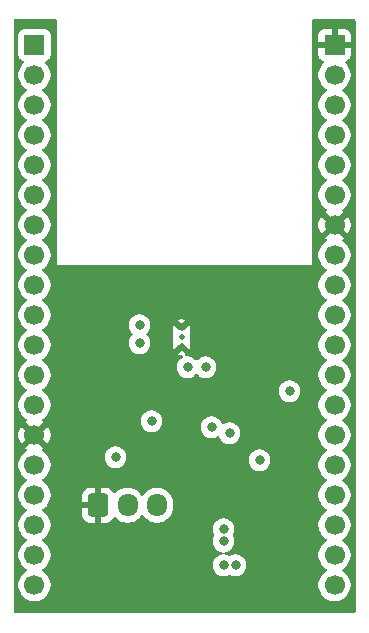
<source format=gbr>
%TF.GenerationSoftware,KiCad,Pcbnew,9.0.1+1*%
%TF.CreationDate,2025-05-03T16:11:17-04:00*%
%TF.ProjectId,lg_hvac_esp32,6c675f68-7661-4635-9f65-737033322e6b,rev?*%
%TF.SameCoordinates,Original*%
%TF.FileFunction,Copper,L2,Inr*%
%TF.FilePolarity,Positive*%
%FSLAX46Y46*%
G04 Gerber Fmt 4.6, Leading zero omitted, Abs format (unit mm)*
G04 Created by KiCad (PCBNEW 9.0.1+1) date 2025-05-03 16:11:17*
%MOMM*%
%LPD*%
G01*
G04 APERTURE LIST*
G04 Aperture macros list*
%AMRoundRect*
0 Rectangle with rounded corners*
0 $1 Rounding radius*
0 $2 $3 $4 $5 $6 $7 $8 $9 X,Y pos of 4 corners*
0 Add a 4 corners polygon primitive as box body*
4,1,4,$2,$3,$4,$5,$6,$7,$8,$9,$2,$3,0*
0 Add four circle primitives for the rounded corners*
1,1,$1+$1,$2,$3*
1,1,$1+$1,$4,$5*
1,1,$1+$1,$6,$7*
1,1,$1+$1,$8,$9*
0 Add four rect primitives between the rounded corners*
20,1,$1+$1,$2,$3,$4,$5,0*
20,1,$1+$1,$4,$5,$6,$7,0*
20,1,$1+$1,$6,$7,$8,$9,0*
20,1,$1+$1,$8,$9,$2,$3,0*%
G04 Aperture macros list end*
%TA.AperFunction,ComponentPad*%
%ADD10O,1.700000X1.950000*%
%TD*%
%TA.AperFunction,ComponentPad*%
%ADD11RoundRect,0.250000X-0.600000X-0.725000X0.600000X-0.725000X0.600000X0.725000X-0.600000X0.725000X0*%
%TD*%
%TA.AperFunction,HeatsinkPad*%
%ADD12C,0.500000*%
%TD*%
%TA.AperFunction,ComponentPad*%
%ADD13R,1.700000X1.700000*%
%TD*%
%TA.AperFunction,ComponentPad*%
%ADD14C,1.700000*%
%TD*%
%TA.AperFunction,ViaPad*%
%ADD15C,0.800000*%
%TD*%
G04 APERTURE END LIST*
D10*
%TO.N,Net-(D1-A)*%
%TO.C,J1*%
X47204000Y-73660000D03*
%TO.N,LINBUS*%
X44704000Y-73660000D03*
D11*
%TO.N,GND*%
X42204000Y-73660000D03*
%TD*%
D12*
%TO.N,GND*%
%TO.C,U1*%
X49276000Y-58686000D03*
X49276000Y-59436000D03*
X49276000Y-60186000D03*
%TD*%
D13*
%TO.N,+3V3*%
%TO.C,J2*%
X36826320Y-34703840D03*
D14*
%TO.N,unconnected-(J2-Pin_2-Pad2)*%
X36826320Y-37243840D03*
%TO.N,unconnected-(J2-Pin_3-Pad3)*%
X36826320Y-39783840D03*
%TO.N,unconnected-(J2-Pin_4-Pad4)*%
X36826320Y-42323840D03*
%TO.N,unconnected-(J2-Pin_5-Pad5)*%
X36826320Y-44863840D03*
%TO.N,unconnected-(J2-Pin_6-Pad6)*%
X36826320Y-47403840D03*
%TO.N,unconnected-(J2-Pin_7-Pad7)*%
X36826320Y-49943840D03*
%TO.N,unconnected-(J2-Pin_8-Pad8)*%
X36826320Y-52483840D03*
%TO.N,TXD*%
X36826320Y-55023840D03*
%TO.N,RXD*%
X36826320Y-57563840D03*
%TO.N,unconnected-(J2-Pin_11-Pad11)*%
X36826320Y-60103840D03*
%TO.N,unconnected-(J2-Pin_12-Pad12)*%
X36826320Y-62643840D03*
%TO.N,unconnected-(J2-Pin_13-Pad13)*%
X36826320Y-65183840D03*
%TO.N,GND*%
X36826320Y-67723840D03*
%TO.N,unconnected-(J2-Pin_15-Pad15)*%
X36826320Y-70263840D03*
%TO.N,unconnected-(J2-Pin_16-Pad16)*%
X36826320Y-72803840D03*
%TO.N,unconnected-(J2-Pin_17-Pad17)*%
X36826320Y-75343840D03*
%TO.N,unconnected-(J2-Pin_18-Pad18)*%
X36826320Y-77883840D03*
%TO.N,unconnected-(J2-Pin_19-Pad19)*%
X36826320Y-80423840D03*
%TD*%
D13*
%TO.N,GND*%
%TO.C,J3*%
X62230000Y-34703840D03*
D14*
%TO.N,unconnected-(J3-Pin_2-Pad2)*%
X62230000Y-37243840D03*
%TO.N,unconnected-(J3-Pin_3-Pad3)*%
X62230000Y-39783840D03*
%TO.N,unconnected-(J3-Pin_4-Pad4)*%
X62230000Y-42323840D03*
%TO.N,unconnected-(J3-Pin_5-Pad5)*%
X62230000Y-44863840D03*
%TO.N,unconnected-(J3-Pin_6-Pad6)*%
X62230000Y-47403840D03*
%TO.N,GND*%
X62230000Y-49943840D03*
%TO.N,unconnected-(J3-Pin_8-Pad8)*%
X62230000Y-52483840D03*
%TO.N,unconnected-(J3-Pin_9-Pad9)*%
X62230000Y-55023840D03*
%TO.N,unconnected-(J3-Pin_10-Pad10)*%
X62230000Y-57563840D03*
%TO.N,unconnected-(J3-Pin_11-Pad11)*%
X62230000Y-60103840D03*
%TO.N,unconnected-(J3-Pin_12-Pad12)*%
X62230000Y-62643840D03*
%TO.N,unconnected-(J3-Pin_13-Pad13)*%
X62230000Y-65183840D03*
%TO.N,unconnected-(J3-Pin_14-Pad14)*%
X62230000Y-67723840D03*
%TO.N,unconnected-(J3-Pin_15-Pad15)*%
X62230000Y-70263840D03*
%TO.N,unconnected-(J3-Pin_16-Pad16)*%
X62230000Y-72803840D03*
%TO.N,unconnected-(J3-Pin_17-Pad17)*%
X62230000Y-75343840D03*
%TO.N,unconnected-(J3-Pin_18-Pad18)*%
X62230000Y-77883840D03*
%TO.N,unconnected-(J3-Pin_19-Pad19)*%
X62230000Y-80423840D03*
%TD*%
D15*
%TO.N,+12V*%
X53848000Y-78740000D03*
X52832000Y-78740000D03*
X52832000Y-75692000D03*
X45720000Y-58420000D03*
X43688000Y-69596000D03*
X45720000Y-59944000D03*
X52832000Y-76708000D03*
X46736000Y-66548000D03*
%TO.N,GND*%
X41656000Y-62992000D03*
X58420000Y-78232000D03*
X46736000Y-60960000D03*
X58420000Y-75184000D03*
X40640000Y-76708000D03*
X44704000Y-62484000D03*
X43180000Y-71120000D03*
X54864000Y-59944000D03*
X51308000Y-55372000D03*
%TO.N,+3V3*%
X51816000Y-67056000D03*
X53340000Y-67564000D03*
X55880000Y-69850000D03*
X49784000Y-61976000D03*
X58420000Y-64008000D03*
X51308000Y-61976000D03*
%TD*%
%TA.AperFunction,Conductor*%
%TO.N,GND*%
G36*
X38677121Y-32532502D02*
G01*
X38723614Y-32586158D01*
X38735000Y-32638500D01*
X38735000Y-53340000D01*
X60325000Y-53340000D01*
X60325000Y-37136924D01*
X60871500Y-37136924D01*
X60871500Y-37350756D01*
X60904951Y-37561956D01*
X60904952Y-37561961D01*
X60971026Y-37765318D01*
X60971028Y-37765323D01*
X61068106Y-37955849D01*
X61193794Y-38128844D01*
X61193796Y-38128846D01*
X61193798Y-38128849D01*
X61344990Y-38280041D01*
X61344993Y-38280043D01*
X61344996Y-38280046D01*
X61517991Y-38405734D01*
X61517996Y-38405736D01*
X61519088Y-38406406D01*
X61519418Y-38406771D01*
X61521996Y-38408644D01*
X61521602Y-38409185D01*
X61566721Y-38459053D01*
X61578328Y-38529095D01*
X61550226Y-38594293D01*
X61521870Y-38618863D01*
X61521996Y-38619036D01*
X61519982Y-38620498D01*
X61519088Y-38621274D01*
X61517987Y-38621948D01*
X61344993Y-38747636D01*
X61344990Y-38747638D01*
X61193798Y-38898830D01*
X61193796Y-38898833D01*
X61068108Y-39071827D01*
X60971029Y-39262355D01*
X60971026Y-39262361D01*
X60904952Y-39465718D01*
X60904951Y-39465723D01*
X60904951Y-39465724D01*
X60871500Y-39676924D01*
X60871500Y-39890756D01*
X60904951Y-40101956D01*
X60904952Y-40101961D01*
X60971026Y-40305318D01*
X60971028Y-40305323D01*
X61068106Y-40495849D01*
X61193794Y-40668844D01*
X61193796Y-40668846D01*
X61193798Y-40668849D01*
X61344990Y-40820041D01*
X61344993Y-40820043D01*
X61344996Y-40820046D01*
X61517991Y-40945734D01*
X61517996Y-40945736D01*
X61519088Y-40946406D01*
X61519418Y-40946771D01*
X61521996Y-40948644D01*
X61521602Y-40949185D01*
X61566721Y-40999053D01*
X61578328Y-41069095D01*
X61550226Y-41134293D01*
X61521870Y-41158863D01*
X61521996Y-41159036D01*
X61519982Y-41160498D01*
X61519088Y-41161274D01*
X61517987Y-41161948D01*
X61344993Y-41287636D01*
X61344990Y-41287638D01*
X61193798Y-41438830D01*
X61193796Y-41438833D01*
X61068108Y-41611827D01*
X60971029Y-41802355D01*
X60971026Y-41802361D01*
X60904952Y-42005718D01*
X60904951Y-42005723D01*
X60904951Y-42005724D01*
X60871500Y-42216924D01*
X60871500Y-42430756D01*
X60904951Y-42641956D01*
X60904952Y-42641961D01*
X60971026Y-42845318D01*
X60971028Y-42845323D01*
X61068106Y-43035849D01*
X61193794Y-43208844D01*
X61193796Y-43208846D01*
X61193798Y-43208849D01*
X61344990Y-43360041D01*
X61344993Y-43360043D01*
X61344996Y-43360046D01*
X61517991Y-43485734D01*
X61517996Y-43485736D01*
X61519088Y-43486406D01*
X61519418Y-43486771D01*
X61521996Y-43488644D01*
X61521602Y-43489185D01*
X61566721Y-43539053D01*
X61578328Y-43609095D01*
X61550226Y-43674293D01*
X61521870Y-43698863D01*
X61521996Y-43699036D01*
X61519982Y-43700498D01*
X61519088Y-43701274D01*
X61517987Y-43701948D01*
X61344993Y-43827636D01*
X61344990Y-43827638D01*
X61193798Y-43978830D01*
X61193796Y-43978833D01*
X61068108Y-44151827D01*
X60971029Y-44342355D01*
X60971026Y-44342361D01*
X60904952Y-44545718D01*
X60904951Y-44545723D01*
X60904951Y-44545724D01*
X60871500Y-44756924D01*
X60871500Y-44970756D01*
X60904951Y-45181956D01*
X60904952Y-45181961D01*
X60971026Y-45385318D01*
X60971028Y-45385323D01*
X61068106Y-45575849D01*
X61193794Y-45748844D01*
X61193796Y-45748846D01*
X61193798Y-45748849D01*
X61344990Y-45900041D01*
X61344993Y-45900043D01*
X61344996Y-45900046D01*
X61517991Y-46025734D01*
X61517996Y-46025736D01*
X61519088Y-46026406D01*
X61519418Y-46026771D01*
X61521996Y-46028644D01*
X61521602Y-46029185D01*
X61566721Y-46079053D01*
X61578328Y-46149095D01*
X61550226Y-46214293D01*
X61521870Y-46238863D01*
X61521996Y-46239036D01*
X61519982Y-46240498D01*
X61519088Y-46241274D01*
X61517987Y-46241948D01*
X61344993Y-46367636D01*
X61344990Y-46367638D01*
X61193798Y-46518830D01*
X61193796Y-46518833D01*
X61068108Y-46691827D01*
X60971029Y-46882355D01*
X60971026Y-46882361D01*
X60904952Y-47085718D01*
X60904951Y-47085723D01*
X60904951Y-47085724D01*
X60871500Y-47296924D01*
X60871500Y-47510756D01*
X60904951Y-47721956D01*
X60904952Y-47721961D01*
X60971026Y-47925318D01*
X60971028Y-47925323D01*
X61068106Y-48115849D01*
X61193794Y-48288844D01*
X61193796Y-48288846D01*
X61193798Y-48288849D01*
X61344990Y-48440041D01*
X61344993Y-48440043D01*
X61344996Y-48440046D01*
X61517991Y-48565734D01*
X61518001Y-48565739D01*
X61519567Y-48566699D01*
X61520042Y-48567224D01*
X61521996Y-48568644D01*
X61521697Y-48569054D01*
X61567200Y-48619345D01*
X61578808Y-48689386D01*
X61550707Y-48754585D01*
X61522157Y-48779324D01*
X61522259Y-48779464D01*
X61520639Y-48780640D01*
X61519574Y-48781564D01*
X61518261Y-48782368D01*
X61465831Y-48820461D01*
X61465831Y-48820462D01*
X62105051Y-49459682D01*
X62037007Y-49477915D01*
X61922993Y-49543741D01*
X61829901Y-49636833D01*
X61764075Y-49750847D01*
X61745842Y-49818891D01*
X61106622Y-49179671D01*
X61106621Y-49179671D01*
X61068534Y-49232093D01*
X60971493Y-49422547D01*
X60971490Y-49422553D01*
X60905440Y-49625836D01*
X60872000Y-49836966D01*
X60872000Y-50050713D01*
X60905440Y-50261843D01*
X60971490Y-50465126D01*
X60971493Y-50465132D01*
X61068535Y-50655588D01*
X61068536Y-50655590D01*
X61106620Y-50708007D01*
X61106621Y-50708008D01*
X61745841Y-50068787D01*
X61764075Y-50136833D01*
X61829901Y-50250847D01*
X61922993Y-50343939D01*
X62037007Y-50409765D01*
X62105051Y-50427997D01*
X61465831Y-51067218D01*
X61518247Y-51105301D01*
X61519566Y-51106110D01*
X61519962Y-51106548D01*
X61522258Y-51108216D01*
X61521907Y-51108698D01*
X61567199Y-51158755D01*
X61578809Y-51228796D01*
X61550708Y-51293995D01*
X61521925Y-51318938D01*
X61521996Y-51319036D01*
X61520862Y-51319859D01*
X61519580Y-51320971D01*
X61517998Y-51321940D01*
X61344993Y-51447636D01*
X61344990Y-51447638D01*
X61193798Y-51598830D01*
X61193796Y-51598833D01*
X61068108Y-51771827D01*
X60971029Y-51962355D01*
X60971026Y-51962361D01*
X60904952Y-52165718D01*
X60904951Y-52165723D01*
X60904951Y-52165724D01*
X60871500Y-52376924D01*
X60871500Y-52590756D01*
X60904951Y-52801956D01*
X60904952Y-52801961D01*
X60971026Y-53005318D01*
X60971028Y-53005323D01*
X61068106Y-53195849D01*
X61193794Y-53368844D01*
X61193796Y-53368846D01*
X61193798Y-53368849D01*
X61344990Y-53520041D01*
X61344993Y-53520043D01*
X61344996Y-53520046D01*
X61517991Y-53645734D01*
X61517996Y-53645736D01*
X61519088Y-53646406D01*
X61519418Y-53646771D01*
X61521996Y-53648644D01*
X61521602Y-53649185D01*
X61566721Y-53699053D01*
X61578328Y-53769095D01*
X61550226Y-53834293D01*
X61521870Y-53858863D01*
X61521996Y-53859036D01*
X61519982Y-53860498D01*
X61519088Y-53861274D01*
X61517987Y-53861948D01*
X61344993Y-53987636D01*
X61344990Y-53987638D01*
X61193798Y-54138830D01*
X61193796Y-54138833D01*
X61068108Y-54311827D01*
X60971029Y-54502355D01*
X60971026Y-54502361D01*
X60904952Y-54705718D01*
X60904951Y-54705723D01*
X60904951Y-54705724D01*
X60871500Y-54916924D01*
X60871500Y-55130756D01*
X60904951Y-55341956D01*
X60904952Y-55341961D01*
X60971026Y-55545318D01*
X60971028Y-55545323D01*
X61068106Y-55735849D01*
X61193794Y-55908844D01*
X61193796Y-55908846D01*
X61193798Y-55908849D01*
X61344990Y-56060041D01*
X61344993Y-56060043D01*
X61344996Y-56060046D01*
X61517991Y-56185734D01*
X61517996Y-56185736D01*
X61519088Y-56186406D01*
X61519418Y-56186771D01*
X61521996Y-56188644D01*
X61521602Y-56189185D01*
X61566721Y-56239053D01*
X61578328Y-56309095D01*
X61550226Y-56374293D01*
X61521870Y-56398863D01*
X61521996Y-56399036D01*
X61519982Y-56400498D01*
X61519088Y-56401274D01*
X61517987Y-56401948D01*
X61344993Y-56527636D01*
X61344990Y-56527638D01*
X61193798Y-56678830D01*
X61193796Y-56678833D01*
X61068108Y-56851827D01*
X60971029Y-57042355D01*
X60971026Y-57042361D01*
X60904952Y-57245718D01*
X60904951Y-57245723D01*
X60904951Y-57245724D01*
X60871500Y-57456924D01*
X60871500Y-57670756D01*
X60904951Y-57881956D01*
X60904952Y-57881961D01*
X60971026Y-58085318D01*
X60971028Y-58085323D01*
X61068106Y-58275849D01*
X61193794Y-58448844D01*
X61193796Y-58448846D01*
X61193798Y-58448849D01*
X61344990Y-58600041D01*
X61344993Y-58600043D01*
X61344996Y-58600046D01*
X61517991Y-58725734D01*
X61517996Y-58725736D01*
X61519088Y-58726406D01*
X61519418Y-58726771D01*
X61521996Y-58728644D01*
X61521602Y-58729185D01*
X61566721Y-58779053D01*
X61578328Y-58849095D01*
X61550226Y-58914293D01*
X61521870Y-58938863D01*
X61521996Y-58939036D01*
X61519982Y-58940498D01*
X61519088Y-58941274D01*
X61517987Y-58941948D01*
X61344993Y-59067636D01*
X61344990Y-59067638D01*
X61193798Y-59218830D01*
X61193796Y-59218833D01*
X61068108Y-59391827D01*
X60971029Y-59582355D01*
X60971026Y-59582361D01*
X60904952Y-59785718D01*
X60904951Y-59785723D01*
X60904951Y-59785724D01*
X60871500Y-59996924D01*
X60871500Y-60210756D01*
X60904951Y-60421956D01*
X60904952Y-60421961D01*
X60937826Y-60523137D01*
X60971028Y-60625323D01*
X61068106Y-60815849D01*
X61193794Y-60988844D01*
X61193796Y-60988846D01*
X61193798Y-60988849D01*
X61344990Y-61140041D01*
X61344993Y-61140043D01*
X61344996Y-61140046D01*
X61517991Y-61265734D01*
X61517996Y-61265736D01*
X61519088Y-61266406D01*
X61519418Y-61266771D01*
X61521996Y-61268644D01*
X61521602Y-61269185D01*
X61566721Y-61319053D01*
X61578328Y-61389095D01*
X61550226Y-61454293D01*
X61521870Y-61478863D01*
X61521996Y-61479036D01*
X61519982Y-61480498D01*
X61519088Y-61481274D01*
X61517987Y-61481948D01*
X61344993Y-61607636D01*
X61344990Y-61607638D01*
X61193798Y-61758830D01*
X61193796Y-61758833D01*
X61068108Y-61931827D01*
X60971029Y-62122355D01*
X60971026Y-62122361D01*
X60904952Y-62325718D01*
X60904951Y-62325723D01*
X60904951Y-62325724D01*
X60871500Y-62536924D01*
X60871500Y-62750756D01*
X60892683Y-62884499D01*
X60904952Y-62961961D01*
X60960985Y-63134414D01*
X60971028Y-63165323D01*
X61068106Y-63355849D01*
X61193794Y-63528844D01*
X61193796Y-63528846D01*
X61193798Y-63528849D01*
X61344990Y-63680041D01*
X61344993Y-63680043D01*
X61344996Y-63680046D01*
X61517991Y-63805734D01*
X61517996Y-63805736D01*
X61519088Y-63806406D01*
X61519418Y-63806771D01*
X61521996Y-63808644D01*
X61521602Y-63809185D01*
X61566721Y-63859053D01*
X61578328Y-63929095D01*
X61550226Y-63994293D01*
X61521870Y-64018863D01*
X61521996Y-64019036D01*
X61519982Y-64020498D01*
X61519088Y-64021274D01*
X61517987Y-64021948D01*
X61344993Y-64147636D01*
X61344990Y-64147638D01*
X61193798Y-64298830D01*
X61193796Y-64298833D01*
X61068108Y-64471827D01*
X60971029Y-64662355D01*
X60971026Y-64662361D01*
X60904952Y-64865718D01*
X60904951Y-64865723D01*
X60904951Y-64865724D01*
X60871500Y-65076924D01*
X60871500Y-65290756D01*
X60904951Y-65501956D01*
X60904952Y-65501961D01*
X60960985Y-65674414D01*
X60971028Y-65705323D01*
X61068106Y-65895849D01*
X61193794Y-66068844D01*
X61193796Y-66068846D01*
X61193798Y-66068849D01*
X61344990Y-66220041D01*
X61344993Y-66220043D01*
X61344996Y-66220046D01*
X61517991Y-66345734D01*
X61517996Y-66345736D01*
X61519088Y-66346406D01*
X61519418Y-66346771D01*
X61521996Y-66348644D01*
X61521602Y-66349185D01*
X61566721Y-66399053D01*
X61578328Y-66469095D01*
X61550226Y-66534293D01*
X61521870Y-66558863D01*
X61521996Y-66559036D01*
X61519982Y-66560498D01*
X61519088Y-66561274D01*
X61517987Y-66561948D01*
X61344993Y-66687636D01*
X61344990Y-66687638D01*
X61193798Y-66838830D01*
X61193796Y-66838833D01*
X61068108Y-67011827D01*
X60971029Y-67202355D01*
X60971026Y-67202361D01*
X60904952Y-67405718D01*
X60904951Y-67405723D01*
X60904951Y-67405724D01*
X60871500Y-67616924D01*
X60871500Y-67830756D01*
X60904933Y-68041843D01*
X60904952Y-68041961D01*
X60970964Y-68245126D01*
X60971028Y-68245323D01*
X61068106Y-68435849D01*
X61193794Y-68608844D01*
X61193796Y-68608846D01*
X61193798Y-68608849D01*
X61344990Y-68760041D01*
X61344993Y-68760043D01*
X61344996Y-68760046D01*
X61517991Y-68885734D01*
X61517996Y-68885736D01*
X61519088Y-68886406D01*
X61519418Y-68886771D01*
X61521996Y-68888644D01*
X61521602Y-68889185D01*
X61566721Y-68939053D01*
X61578328Y-69009095D01*
X61550226Y-69074293D01*
X61521870Y-69098863D01*
X61521996Y-69099036D01*
X61519982Y-69100498D01*
X61519088Y-69101274D01*
X61517987Y-69101948D01*
X61344993Y-69227636D01*
X61344990Y-69227638D01*
X61193798Y-69378830D01*
X61193796Y-69378833D01*
X61068108Y-69551827D01*
X60971029Y-69742355D01*
X60971026Y-69742361D01*
X60904952Y-69945718D01*
X60904951Y-69945723D01*
X60904951Y-69945724D01*
X60871500Y-70156924D01*
X60871500Y-70370756D01*
X60904951Y-70581956D01*
X60904952Y-70581961D01*
X60971026Y-70785318D01*
X60971028Y-70785323D01*
X61068106Y-70975849D01*
X61193794Y-71148844D01*
X61193796Y-71148846D01*
X61193798Y-71148849D01*
X61344990Y-71300041D01*
X61344993Y-71300043D01*
X61344996Y-71300046D01*
X61517991Y-71425734D01*
X61517996Y-71425736D01*
X61519088Y-71426406D01*
X61519418Y-71426771D01*
X61521996Y-71428644D01*
X61521602Y-71429185D01*
X61566721Y-71479053D01*
X61578328Y-71549095D01*
X61550226Y-71614293D01*
X61521870Y-71638863D01*
X61521996Y-71639036D01*
X61519982Y-71640498D01*
X61519088Y-71641274D01*
X61517987Y-71641948D01*
X61344993Y-71767636D01*
X61344990Y-71767638D01*
X61193798Y-71918830D01*
X61193796Y-71918833D01*
X61068108Y-72091827D01*
X60971029Y-72282355D01*
X60971026Y-72282361D01*
X60904952Y-72485718D01*
X60904951Y-72485723D01*
X60904951Y-72485724D01*
X60871500Y-72696924D01*
X60871500Y-72910756D01*
X60904951Y-73121956D01*
X60904952Y-73121961D01*
X60935952Y-73217370D01*
X60971028Y-73325323D01*
X61068106Y-73515849D01*
X61193794Y-73688844D01*
X61193796Y-73688846D01*
X61193798Y-73688849D01*
X61344990Y-73840041D01*
X61344993Y-73840043D01*
X61344996Y-73840046D01*
X61517991Y-73965734D01*
X61517996Y-73965736D01*
X61519088Y-73966406D01*
X61519418Y-73966771D01*
X61521996Y-73968644D01*
X61521602Y-73969185D01*
X61566721Y-74019053D01*
X61578328Y-74089095D01*
X61550226Y-74154293D01*
X61521870Y-74178863D01*
X61521996Y-74179036D01*
X61519982Y-74180498D01*
X61519088Y-74181274D01*
X61517987Y-74181948D01*
X61344993Y-74307636D01*
X61344990Y-74307638D01*
X61193798Y-74458830D01*
X61193796Y-74458833D01*
X61068108Y-74631827D01*
X60971029Y-74822355D01*
X60971026Y-74822361D01*
X60904952Y-75025718D01*
X60904951Y-75025723D01*
X60904951Y-75025724D01*
X60871500Y-75236924D01*
X60871500Y-75450756D01*
X60895538Y-75602522D01*
X60904952Y-75661961D01*
X60943786Y-75781481D01*
X60971028Y-75865323D01*
X61068106Y-76055849D01*
X61193794Y-76228844D01*
X61193796Y-76228846D01*
X61193798Y-76228849D01*
X61344990Y-76380041D01*
X61344993Y-76380043D01*
X61344996Y-76380046D01*
X61517991Y-76505734D01*
X61517996Y-76505736D01*
X61519088Y-76506406D01*
X61519418Y-76506771D01*
X61521996Y-76508644D01*
X61521602Y-76509185D01*
X61566721Y-76559053D01*
X61578328Y-76629095D01*
X61550226Y-76694293D01*
X61521870Y-76718863D01*
X61521996Y-76719036D01*
X61519982Y-76720498D01*
X61519088Y-76721274D01*
X61517987Y-76721948D01*
X61344993Y-76847636D01*
X61344990Y-76847638D01*
X61193798Y-76998830D01*
X61193796Y-76998833D01*
X61068108Y-77171827D01*
X60971029Y-77362355D01*
X60971026Y-77362361D01*
X60904952Y-77565718D01*
X60904951Y-77565723D01*
X60904951Y-77565724D01*
X60871500Y-77776924D01*
X60871500Y-77990756D01*
X60904951Y-78201956D01*
X60904952Y-78201961D01*
X60971026Y-78405318D01*
X60971028Y-78405323D01*
X61068106Y-78595849D01*
X61193794Y-78768844D01*
X61193796Y-78768846D01*
X61193798Y-78768849D01*
X61344990Y-78920041D01*
X61344993Y-78920043D01*
X61344996Y-78920046D01*
X61517991Y-79045734D01*
X61517996Y-79045736D01*
X61519088Y-79046406D01*
X61519418Y-79046771D01*
X61521996Y-79048644D01*
X61521602Y-79049185D01*
X61566721Y-79099053D01*
X61578328Y-79169095D01*
X61550226Y-79234293D01*
X61521870Y-79258863D01*
X61521996Y-79259036D01*
X61519982Y-79260498D01*
X61519088Y-79261274D01*
X61517987Y-79261948D01*
X61344993Y-79387636D01*
X61344990Y-79387638D01*
X61193798Y-79538830D01*
X61193796Y-79538833D01*
X61068108Y-79711827D01*
X60971029Y-79902355D01*
X60971026Y-79902361D01*
X60904952Y-80105718D01*
X60904951Y-80105723D01*
X60904951Y-80105724D01*
X60871500Y-80316924D01*
X60871500Y-80530756D01*
X60904951Y-80741956D01*
X60904952Y-80741961D01*
X60971026Y-80945318D01*
X60971028Y-80945323D01*
X61068106Y-81135849D01*
X61193794Y-81308844D01*
X61193796Y-81308846D01*
X61193798Y-81308849D01*
X61344990Y-81460041D01*
X61344993Y-81460043D01*
X61344996Y-81460046D01*
X61517991Y-81585734D01*
X61708517Y-81682812D01*
X61911878Y-81748887D01*
X61911879Y-81748887D01*
X61911884Y-81748889D01*
X62123084Y-81782340D01*
X62123087Y-81782340D01*
X62336913Y-81782340D01*
X62336916Y-81782340D01*
X62548116Y-81748889D01*
X62751483Y-81682812D01*
X62942009Y-81585734D01*
X63115004Y-81460046D01*
X63266206Y-81308844D01*
X63391894Y-81135849D01*
X63488972Y-80945323D01*
X63555049Y-80741956D01*
X63588500Y-80530756D01*
X63588500Y-80316924D01*
X63555049Y-80105724D01*
X63488972Y-79902357D01*
X63391894Y-79711831D01*
X63266206Y-79538836D01*
X63266203Y-79538833D01*
X63266201Y-79538830D01*
X63115009Y-79387638D01*
X63115006Y-79387636D01*
X63115004Y-79387634D01*
X62942009Y-79261946D01*
X62942007Y-79261945D01*
X62940920Y-79261279D01*
X62940591Y-79260915D01*
X62938004Y-79259036D01*
X62938398Y-79258492D01*
X62893283Y-79208636D01*
X62881670Y-79138596D01*
X62909766Y-79073395D01*
X62938130Y-79048818D01*
X62938004Y-79048644D01*
X62940030Y-79047171D01*
X62940920Y-79046401D01*
X62941997Y-79045739D01*
X62942009Y-79045734D01*
X63115004Y-78920046D01*
X63266206Y-78768844D01*
X63391894Y-78595849D01*
X63488972Y-78405323D01*
X63555049Y-78201956D01*
X63588500Y-77990756D01*
X63588500Y-77776924D01*
X63555049Y-77565724D01*
X63488972Y-77362357D01*
X63391894Y-77171831D01*
X63266206Y-76998836D01*
X63266203Y-76998833D01*
X63266201Y-76998830D01*
X63115009Y-76847638D01*
X63115006Y-76847636D01*
X63115004Y-76847634D01*
X62942009Y-76721946D01*
X62942007Y-76721945D01*
X62940920Y-76721279D01*
X62940591Y-76720915D01*
X62938004Y-76719036D01*
X62938398Y-76718492D01*
X62893283Y-76668636D01*
X62881670Y-76598596D01*
X62909766Y-76533395D01*
X62938130Y-76508818D01*
X62938004Y-76508644D01*
X62940030Y-76507171D01*
X62940920Y-76506401D01*
X62941997Y-76505739D01*
X62942009Y-76505734D01*
X63115004Y-76380046D01*
X63266206Y-76228844D01*
X63391894Y-76055849D01*
X63488972Y-75865323D01*
X63555049Y-75661956D01*
X63588500Y-75450756D01*
X63588500Y-75236924D01*
X63555049Y-75025724D01*
X63488972Y-74822357D01*
X63391894Y-74631831D01*
X63266206Y-74458836D01*
X63266203Y-74458833D01*
X63266201Y-74458830D01*
X63115009Y-74307638D01*
X63115006Y-74307636D01*
X63115004Y-74307634D01*
X62942009Y-74181946D01*
X62942007Y-74181945D01*
X62940920Y-74181279D01*
X62940591Y-74180915D01*
X62938004Y-74179036D01*
X62938398Y-74178492D01*
X62893283Y-74128636D01*
X62881670Y-74058596D01*
X62909766Y-73993395D01*
X62938130Y-73968818D01*
X62938004Y-73968644D01*
X62940030Y-73967171D01*
X62940920Y-73966401D01*
X62941997Y-73965739D01*
X62942009Y-73965734D01*
X63115004Y-73840046D01*
X63266206Y-73688844D01*
X63391894Y-73515849D01*
X63488972Y-73325323D01*
X63555049Y-73121956D01*
X63588500Y-72910756D01*
X63588500Y-72696924D01*
X63555049Y-72485724D01*
X63488972Y-72282357D01*
X63391894Y-72091831D01*
X63266206Y-71918836D01*
X63266203Y-71918833D01*
X63266201Y-71918830D01*
X63115009Y-71767638D01*
X63115006Y-71767636D01*
X63115004Y-71767634D01*
X62942009Y-71641946D01*
X62942007Y-71641945D01*
X62940920Y-71641279D01*
X62940591Y-71640915D01*
X62938004Y-71639036D01*
X62938398Y-71638492D01*
X62893283Y-71588636D01*
X62881670Y-71518596D01*
X62909766Y-71453395D01*
X62938130Y-71428818D01*
X62938004Y-71428644D01*
X62940030Y-71427171D01*
X62940920Y-71426401D01*
X62941997Y-71425739D01*
X62942009Y-71425734D01*
X63115004Y-71300046D01*
X63266206Y-71148844D01*
X63391894Y-70975849D01*
X63488972Y-70785323D01*
X63555049Y-70581956D01*
X63588500Y-70370756D01*
X63588500Y-70156924D01*
X63555049Y-69945724D01*
X63488972Y-69742357D01*
X63391894Y-69551831D01*
X63266206Y-69378836D01*
X63266203Y-69378833D01*
X63266201Y-69378830D01*
X63115009Y-69227638D01*
X63115006Y-69227636D01*
X63115004Y-69227634D01*
X62942009Y-69101946D01*
X62942007Y-69101945D01*
X62940920Y-69101279D01*
X62940591Y-69100915D01*
X62938004Y-69099036D01*
X62938398Y-69098492D01*
X62893283Y-69048636D01*
X62881670Y-68978596D01*
X62909766Y-68913395D01*
X62938130Y-68888818D01*
X62938004Y-68888644D01*
X62940030Y-68887171D01*
X62940920Y-68886401D01*
X62941997Y-68885739D01*
X62942009Y-68885734D01*
X63115004Y-68760046D01*
X63266206Y-68608844D01*
X63391894Y-68435849D01*
X63488972Y-68245323D01*
X63555049Y-68041956D01*
X63588500Y-67830756D01*
X63588500Y-67616924D01*
X63555049Y-67405724D01*
X63488972Y-67202357D01*
X63391894Y-67011831D01*
X63266206Y-66838836D01*
X63266203Y-66838833D01*
X63266201Y-66838830D01*
X63115009Y-66687638D01*
X63115006Y-66687636D01*
X63115004Y-66687634D01*
X62942009Y-66561946D01*
X62942007Y-66561945D01*
X62940920Y-66561279D01*
X62940591Y-66560915D01*
X62938004Y-66559036D01*
X62938398Y-66558492D01*
X62893283Y-66508636D01*
X62881670Y-66438596D01*
X62909766Y-66373395D01*
X62938130Y-66348818D01*
X62938004Y-66348644D01*
X62940030Y-66347171D01*
X62940920Y-66346401D01*
X62941997Y-66345739D01*
X62942009Y-66345734D01*
X63115004Y-66220046D01*
X63266206Y-66068844D01*
X63391894Y-65895849D01*
X63488972Y-65705323D01*
X63555049Y-65501956D01*
X63588500Y-65290756D01*
X63588500Y-65076924D01*
X63555049Y-64865724D01*
X63488972Y-64662357D01*
X63391894Y-64471831D01*
X63266206Y-64298836D01*
X63266203Y-64298833D01*
X63266201Y-64298830D01*
X63115009Y-64147638D01*
X63115006Y-64147636D01*
X63115004Y-64147634D01*
X62942009Y-64021946D01*
X62942007Y-64021945D01*
X62940920Y-64021279D01*
X62940591Y-64020915D01*
X62938004Y-64019036D01*
X62938398Y-64018492D01*
X62893283Y-63968636D01*
X62881670Y-63898596D01*
X62909766Y-63833395D01*
X62938130Y-63808818D01*
X62938004Y-63808644D01*
X62940030Y-63807171D01*
X62940920Y-63806401D01*
X62941997Y-63805739D01*
X62942009Y-63805734D01*
X63115004Y-63680046D01*
X63266206Y-63528844D01*
X63391894Y-63355849D01*
X63488972Y-63165323D01*
X63555049Y-62961956D01*
X63588500Y-62750756D01*
X63588500Y-62536924D01*
X63555049Y-62325724D01*
X63488972Y-62122357D01*
X63391894Y-61931831D01*
X63266206Y-61758836D01*
X63266203Y-61758833D01*
X63266201Y-61758830D01*
X63115009Y-61607638D01*
X63115006Y-61607636D01*
X63115004Y-61607634D01*
X62942009Y-61481946D01*
X62942007Y-61481945D01*
X62940920Y-61481279D01*
X62940591Y-61480915D01*
X62938004Y-61479036D01*
X62938398Y-61478492D01*
X62893283Y-61428636D01*
X62881670Y-61358596D01*
X62909766Y-61293395D01*
X62938130Y-61268818D01*
X62938004Y-61268644D01*
X62940030Y-61267171D01*
X62940920Y-61266401D01*
X62941997Y-61265739D01*
X62942009Y-61265734D01*
X63115004Y-61140046D01*
X63266206Y-60988844D01*
X63391894Y-60815849D01*
X63488972Y-60625323D01*
X63555049Y-60421956D01*
X63588500Y-60210756D01*
X63588500Y-59996924D01*
X63555049Y-59785724D01*
X63488972Y-59582357D01*
X63391894Y-59391831D01*
X63266206Y-59218836D01*
X63266203Y-59218833D01*
X63266201Y-59218830D01*
X63115009Y-59067638D01*
X63115006Y-59067636D01*
X63115004Y-59067634D01*
X62942009Y-58941946D01*
X62942007Y-58941945D01*
X62940920Y-58941279D01*
X62940591Y-58940915D01*
X62938004Y-58939036D01*
X62938398Y-58938492D01*
X62893283Y-58888636D01*
X62881670Y-58818596D01*
X62909766Y-58753395D01*
X62938130Y-58728818D01*
X62938004Y-58728644D01*
X62940030Y-58727171D01*
X62940920Y-58726401D01*
X62941997Y-58725739D01*
X62942009Y-58725734D01*
X63115004Y-58600046D01*
X63266206Y-58448844D01*
X63391894Y-58275849D01*
X63488972Y-58085323D01*
X63555049Y-57881956D01*
X63588500Y-57670756D01*
X63588500Y-57456924D01*
X63555049Y-57245724D01*
X63488972Y-57042357D01*
X63391894Y-56851831D01*
X63266206Y-56678836D01*
X63266203Y-56678833D01*
X63266201Y-56678830D01*
X63115009Y-56527638D01*
X63115006Y-56527636D01*
X63115004Y-56527634D01*
X62942009Y-56401946D01*
X62942007Y-56401945D01*
X62940920Y-56401279D01*
X62940591Y-56400915D01*
X62938004Y-56399036D01*
X62938398Y-56398492D01*
X62893283Y-56348636D01*
X62881670Y-56278596D01*
X62909766Y-56213395D01*
X62938130Y-56188818D01*
X62938004Y-56188644D01*
X62940030Y-56187171D01*
X62940920Y-56186401D01*
X62941997Y-56185739D01*
X62942009Y-56185734D01*
X63115004Y-56060046D01*
X63266206Y-55908844D01*
X63391894Y-55735849D01*
X63488972Y-55545323D01*
X63555049Y-55341956D01*
X63588500Y-55130756D01*
X63588500Y-54916924D01*
X63555049Y-54705724D01*
X63488972Y-54502357D01*
X63391894Y-54311831D01*
X63266206Y-54138836D01*
X63266203Y-54138833D01*
X63266201Y-54138830D01*
X63115009Y-53987638D01*
X63115006Y-53987636D01*
X63115004Y-53987634D01*
X62942009Y-53861946D01*
X62942007Y-53861945D01*
X62940920Y-53861279D01*
X62940591Y-53860915D01*
X62938004Y-53859036D01*
X62938398Y-53858492D01*
X62893283Y-53808636D01*
X62881670Y-53738596D01*
X62909766Y-53673395D01*
X62938130Y-53648818D01*
X62938004Y-53648644D01*
X62940030Y-53647171D01*
X62940920Y-53646401D01*
X62941997Y-53645739D01*
X62942009Y-53645734D01*
X63115004Y-53520046D01*
X63266206Y-53368844D01*
X63391894Y-53195849D01*
X63488972Y-53005323D01*
X63555049Y-52801956D01*
X63588500Y-52590756D01*
X63588500Y-52376924D01*
X63555049Y-52165724D01*
X63488972Y-51962357D01*
X63391894Y-51771831D01*
X63266206Y-51598836D01*
X63266203Y-51598833D01*
X63266201Y-51598830D01*
X63115009Y-51447638D01*
X63115006Y-51447636D01*
X63115004Y-51447634D01*
X63045806Y-51397358D01*
X62942006Y-51321943D01*
X62940427Y-51320976D01*
X62939952Y-51320451D01*
X62938004Y-51319036D01*
X62938301Y-51318626D01*
X62892797Y-51268328D01*
X62881191Y-51198286D01*
X62909296Y-51133089D01*
X62937843Y-51108357D01*
X62937741Y-51108217D01*
X62939384Y-51107022D01*
X62940451Y-51106099D01*
X62941756Y-51105299D01*
X62994167Y-51067218D01*
X62994167Y-51067216D01*
X62354948Y-50427997D01*
X62422993Y-50409765D01*
X62537007Y-50343939D01*
X62630099Y-50250847D01*
X62695925Y-50136833D01*
X62714157Y-50068788D01*
X63353376Y-50708007D01*
X63353378Y-50708007D01*
X63391463Y-50655590D01*
X63488506Y-50465132D01*
X63488509Y-50465126D01*
X63554559Y-50261843D01*
X63588000Y-50050713D01*
X63588000Y-49836966D01*
X63554559Y-49625836D01*
X63488509Y-49422553D01*
X63488506Y-49422547D01*
X63391464Y-49232091D01*
X63391463Y-49232089D01*
X63353378Y-49179671D01*
X62714157Y-49818891D01*
X62695925Y-49750847D01*
X62630099Y-49636833D01*
X62537007Y-49543741D01*
X62422993Y-49477915D01*
X62354947Y-49459681D01*
X62994168Y-48820461D01*
X62994167Y-48820460D01*
X62941750Y-48782376D01*
X62940428Y-48781566D01*
X62940030Y-48781126D01*
X62937742Y-48779464D01*
X62938091Y-48778983D01*
X62892797Y-48728918D01*
X62881191Y-48658876D01*
X62909295Y-48593679D01*
X62938075Y-48568743D01*
X62938004Y-48568644D01*
X62939158Y-48567805D01*
X62940441Y-48566694D01*
X62941992Y-48565742D01*
X62942009Y-48565734D01*
X63115004Y-48440046D01*
X63266206Y-48288844D01*
X63391894Y-48115849D01*
X63488972Y-47925323D01*
X63555049Y-47721956D01*
X63588500Y-47510756D01*
X63588500Y-47296924D01*
X63555049Y-47085724D01*
X63488972Y-46882357D01*
X63391894Y-46691831D01*
X63266206Y-46518836D01*
X63266203Y-46518833D01*
X63266201Y-46518830D01*
X63115009Y-46367638D01*
X63115006Y-46367636D01*
X63115004Y-46367634D01*
X62942009Y-46241946D01*
X62942007Y-46241945D01*
X62940920Y-46241279D01*
X62940591Y-46240915D01*
X62938004Y-46239036D01*
X62938398Y-46238492D01*
X62893283Y-46188636D01*
X62881670Y-46118596D01*
X62909766Y-46053395D01*
X62938130Y-46028818D01*
X62938004Y-46028644D01*
X62940030Y-46027171D01*
X62940920Y-46026401D01*
X62941997Y-46025739D01*
X62942009Y-46025734D01*
X63115004Y-45900046D01*
X63266206Y-45748844D01*
X63391894Y-45575849D01*
X63488972Y-45385323D01*
X63555049Y-45181956D01*
X63588500Y-44970756D01*
X63588500Y-44756924D01*
X63555049Y-44545724D01*
X63488972Y-44342357D01*
X63391894Y-44151831D01*
X63266206Y-43978836D01*
X63266203Y-43978833D01*
X63266201Y-43978830D01*
X63115009Y-43827638D01*
X63115006Y-43827636D01*
X63115004Y-43827634D01*
X62942009Y-43701946D01*
X62942007Y-43701945D01*
X62940920Y-43701279D01*
X62940591Y-43700915D01*
X62938004Y-43699036D01*
X62938398Y-43698492D01*
X62893283Y-43648636D01*
X62881670Y-43578596D01*
X62909766Y-43513395D01*
X62938130Y-43488818D01*
X62938004Y-43488644D01*
X62940030Y-43487171D01*
X62940920Y-43486401D01*
X62941997Y-43485739D01*
X62942009Y-43485734D01*
X63115004Y-43360046D01*
X63266206Y-43208844D01*
X63391894Y-43035849D01*
X63488972Y-42845323D01*
X63555049Y-42641956D01*
X63588500Y-42430756D01*
X63588500Y-42216924D01*
X63555049Y-42005724D01*
X63488972Y-41802357D01*
X63391894Y-41611831D01*
X63266206Y-41438836D01*
X63266203Y-41438833D01*
X63266201Y-41438830D01*
X63115009Y-41287638D01*
X63115006Y-41287636D01*
X63115004Y-41287634D01*
X62942009Y-41161946D01*
X62942007Y-41161945D01*
X62940920Y-41161279D01*
X62940591Y-41160915D01*
X62938004Y-41159036D01*
X62938398Y-41158492D01*
X62893283Y-41108636D01*
X62881670Y-41038596D01*
X62909766Y-40973395D01*
X62938130Y-40948818D01*
X62938004Y-40948644D01*
X62940030Y-40947171D01*
X62940920Y-40946401D01*
X62941997Y-40945739D01*
X62942009Y-40945734D01*
X63115004Y-40820046D01*
X63266206Y-40668844D01*
X63391894Y-40495849D01*
X63488972Y-40305323D01*
X63555049Y-40101956D01*
X63588500Y-39890756D01*
X63588500Y-39676924D01*
X63555049Y-39465724D01*
X63488972Y-39262357D01*
X63391894Y-39071831D01*
X63266206Y-38898836D01*
X63266203Y-38898833D01*
X63266201Y-38898830D01*
X63115009Y-38747638D01*
X63115006Y-38747636D01*
X63115004Y-38747634D01*
X62942009Y-38621946D01*
X62942007Y-38621945D01*
X62940920Y-38621279D01*
X62940591Y-38620915D01*
X62938004Y-38619036D01*
X62938398Y-38618492D01*
X62893283Y-38568636D01*
X62881670Y-38498596D01*
X62909766Y-38433395D01*
X62938130Y-38408818D01*
X62938004Y-38408644D01*
X62940030Y-38407171D01*
X62940920Y-38406401D01*
X62941997Y-38405739D01*
X62942009Y-38405734D01*
X63115004Y-38280046D01*
X63266206Y-38128844D01*
X63391894Y-37955849D01*
X63488972Y-37765323D01*
X63555049Y-37561956D01*
X63588500Y-37350756D01*
X63588500Y-37136924D01*
X63555049Y-36925724D01*
X63488972Y-36722357D01*
X63391894Y-36531831D01*
X63266206Y-36358836D01*
X63266203Y-36358833D01*
X63266201Y-36358830D01*
X63162840Y-36255469D01*
X63128814Y-36193157D01*
X63133879Y-36122342D01*
X63176426Y-36065506D01*
X63207903Y-36048318D01*
X63325965Y-36004284D01*
X63442904Y-35916744D01*
X63530444Y-35799805D01*
X63530444Y-35799804D01*
X63581494Y-35662933D01*
X63587999Y-35602437D01*
X63588000Y-35602425D01*
X63588000Y-34957840D01*
X62660703Y-34957840D01*
X62695925Y-34896833D01*
X62730000Y-34769666D01*
X62730000Y-34638014D01*
X62695925Y-34510847D01*
X62660703Y-34449840D01*
X63588000Y-34449840D01*
X63588000Y-33805254D01*
X63587999Y-33805242D01*
X63581494Y-33744746D01*
X63530444Y-33607875D01*
X63530444Y-33607874D01*
X63442904Y-33490935D01*
X63325965Y-33403395D01*
X63189093Y-33352345D01*
X63128597Y-33345840D01*
X62484000Y-33345840D01*
X62484000Y-34273137D01*
X62422993Y-34237915D01*
X62295826Y-34203840D01*
X62164174Y-34203840D01*
X62037007Y-34237915D01*
X61976000Y-34273137D01*
X61976000Y-33345840D01*
X61331402Y-33345840D01*
X61270906Y-33352345D01*
X61134035Y-33403395D01*
X61134034Y-33403395D01*
X61017095Y-33490935D01*
X60929555Y-33607874D01*
X60929555Y-33607875D01*
X60878505Y-33744746D01*
X60872000Y-33805242D01*
X60872000Y-34449840D01*
X61799297Y-34449840D01*
X61764075Y-34510847D01*
X61730000Y-34638014D01*
X61730000Y-34769666D01*
X61764075Y-34896833D01*
X61799297Y-34957840D01*
X60872000Y-34957840D01*
X60872000Y-35602437D01*
X60878505Y-35662933D01*
X60929555Y-35799804D01*
X60929555Y-35799805D01*
X61017095Y-35916744D01*
X61134034Y-36004284D01*
X61252096Y-36048318D01*
X61308932Y-36090864D01*
X61333743Y-36157385D01*
X61318652Y-36226759D01*
X61297160Y-36255469D01*
X61193794Y-36358835D01*
X61068108Y-36531827D01*
X60971029Y-36722355D01*
X60971026Y-36722361D01*
X60904952Y-36925718D01*
X60904951Y-36925723D01*
X60904951Y-36925724D01*
X60871500Y-37136924D01*
X60325000Y-37136924D01*
X60325000Y-32638500D01*
X60345002Y-32570379D01*
X60398658Y-32523886D01*
X60451000Y-32512500D01*
X63881500Y-32512500D01*
X63949621Y-32532502D01*
X63996114Y-32586158D01*
X64007500Y-32638500D01*
X64007500Y-82677500D01*
X63987498Y-82745621D01*
X63933842Y-82792114D01*
X63881500Y-82803500D01*
X35178500Y-82803500D01*
X35110379Y-82783498D01*
X35063886Y-82729842D01*
X35052500Y-82677500D01*
X35052500Y-33805190D01*
X35467820Y-33805190D01*
X35467820Y-35602489D01*
X35474329Y-35663036D01*
X35474331Y-35663044D01*
X35525430Y-35800042D01*
X35525432Y-35800047D01*
X35613058Y-35917101D01*
X35730111Y-36004726D01*
X35730112Y-36004726D01*
X35730116Y-36004729D01*
X35848031Y-36048709D01*
X35904863Y-36091254D01*
X35929674Y-36157774D01*
X35914583Y-36227148D01*
X35893091Y-36255858D01*
X35790114Y-36358835D01*
X35664428Y-36531827D01*
X35567349Y-36722355D01*
X35567346Y-36722361D01*
X35501272Y-36925718D01*
X35501271Y-36925723D01*
X35501271Y-36925724D01*
X35467820Y-37136924D01*
X35467820Y-37350756D01*
X35501271Y-37561956D01*
X35501272Y-37561961D01*
X35567346Y-37765318D01*
X35567348Y-37765323D01*
X35664426Y-37955849D01*
X35790114Y-38128844D01*
X35790116Y-38128846D01*
X35790118Y-38128849D01*
X35941310Y-38280041D01*
X35941313Y-38280043D01*
X35941316Y-38280046D01*
X36114311Y-38405734D01*
X36114316Y-38405736D01*
X36115408Y-38406406D01*
X36115738Y-38406771D01*
X36118316Y-38408644D01*
X36117922Y-38409185D01*
X36163041Y-38459053D01*
X36174648Y-38529095D01*
X36146546Y-38594293D01*
X36118190Y-38618863D01*
X36118316Y-38619036D01*
X36116302Y-38620498D01*
X36115408Y-38621274D01*
X36114307Y-38621948D01*
X35941313Y-38747636D01*
X35941310Y-38747638D01*
X35790118Y-38898830D01*
X35790116Y-38898833D01*
X35664428Y-39071827D01*
X35567349Y-39262355D01*
X35567346Y-39262361D01*
X35501272Y-39465718D01*
X35501271Y-39465723D01*
X35501271Y-39465724D01*
X35467820Y-39676924D01*
X35467820Y-39890756D01*
X35501271Y-40101956D01*
X35501272Y-40101961D01*
X35567346Y-40305318D01*
X35567348Y-40305323D01*
X35664426Y-40495849D01*
X35790114Y-40668844D01*
X35790116Y-40668846D01*
X35790118Y-40668849D01*
X35941310Y-40820041D01*
X35941313Y-40820043D01*
X35941316Y-40820046D01*
X36114311Y-40945734D01*
X36114316Y-40945736D01*
X36115408Y-40946406D01*
X36115738Y-40946771D01*
X36118316Y-40948644D01*
X36117922Y-40949185D01*
X36163041Y-40999053D01*
X36174648Y-41069095D01*
X36146546Y-41134293D01*
X36118190Y-41158863D01*
X36118316Y-41159036D01*
X36116302Y-41160498D01*
X36115408Y-41161274D01*
X36114307Y-41161948D01*
X35941313Y-41287636D01*
X35941310Y-41287638D01*
X35790118Y-41438830D01*
X35790116Y-41438833D01*
X35664428Y-41611827D01*
X35567349Y-41802355D01*
X35567346Y-41802361D01*
X35501272Y-42005718D01*
X35501271Y-42005723D01*
X35501271Y-42005724D01*
X35467820Y-42216924D01*
X35467820Y-42430756D01*
X35501271Y-42641956D01*
X35501272Y-42641961D01*
X35567346Y-42845318D01*
X35567348Y-42845323D01*
X35664426Y-43035849D01*
X35790114Y-43208844D01*
X35790116Y-43208846D01*
X35790118Y-43208849D01*
X35941310Y-43360041D01*
X35941313Y-43360043D01*
X35941316Y-43360046D01*
X36114311Y-43485734D01*
X36114316Y-43485736D01*
X36115408Y-43486406D01*
X36115738Y-43486771D01*
X36118316Y-43488644D01*
X36117922Y-43489185D01*
X36163041Y-43539053D01*
X36174648Y-43609095D01*
X36146546Y-43674293D01*
X36118190Y-43698863D01*
X36118316Y-43699036D01*
X36116302Y-43700498D01*
X36115408Y-43701274D01*
X36114307Y-43701948D01*
X35941313Y-43827636D01*
X35941310Y-43827638D01*
X35790118Y-43978830D01*
X35790116Y-43978833D01*
X35664428Y-44151827D01*
X35567349Y-44342355D01*
X35567346Y-44342361D01*
X35501272Y-44545718D01*
X35501271Y-44545723D01*
X35501271Y-44545724D01*
X35467820Y-44756924D01*
X35467820Y-44970756D01*
X35501271Y-45181956D01*
X35501272Y-45181961D01*
X35567346Y-45385318D01*
X35567348Y-45385323D01*
X35664426Y-45575849D01*
X35790114Y-45748844D01*
X35790116Y-45748846D01*
X35790118Y-45748849D01*
X35941310Y-45900041D01*
X35941313Y-45900043D01*
X35941316Y-45900046D01*
X36114311Y-46025734D01*
X36114316Y-46025736D01*
X36115408Y-46026406D01*
X36115738Y-46026771D01*
X36118316Y-46028644D01*
X36117922Y-46029185D01*
X36163041Y-46079053D01*
X36174648Y-46149095D01*
X36146546Y-46214293D01*
X36118190Y-46238863D01*
X36118316Y-46239036D01*
X36116302Y-46240498D01*
X36115408Y-46241274D01*
X36114307Y-46241948D01*
X35941313Y-46367636D01*
X35941310Y-46367638D01*
X35790118Y-46518830D01*
X35790116Y-46518833D01*
X35664428Y-46691827D01*
X35567349Y-46882355D01*
X35567346Y-46882361D01*
X35501272Y-47085718D01*
X35501271Y-47085723D01*
X35501271Y-47085724D01*
X35467820Y-47296924D01*
X35467820Y-47510756D01*
X35501271Y-47721956D01*
X35501272Y-47721961D01*
X35567346Y-47925318D01*
X35567348Y-47925323D01*
X35664426Y-48115849D01*
X35790114Y-48288844D01*
X35790116Y-48288846D01*
X35790118Y-48288849D01*
X35941310Y-48440041D01*
X35941313Y-48440043D01*
X35941316Y-48440046D01*
X36114311Y-48565734D01*
X36114316Y-48565736D01*
X36115408Y-48566406D01*
X36115738Y-48566771D01*
X36118316Y-48568644D01*
X36117922Y-48569185D01*
X36163041Y-48619053D01*
X36174648Y-48689095D01*
X36146546Y-48754293D01*
X36118190Y-48778863D01*
X36118316Y-48779036D01*
X36116302Y-48780498D01*
X36115408Y-48781274D01*
X36114307Y-48781948D01*
X35941313Y-48907636D01*
X35941310Y-48907638D01*
X35790118Y-49058830D01*
X35790116Y-49058833D01*
X35664428Y-49231827D01*
X35567349Y-49422355D01*
X35567346Y-49422361D01*
X35501272Y-49625718D01*
X35501271Y-49625723D01*
X35501271Y-49625724D01*
X35467820Y-49836924D01*
X35467820Y-50050756D01*
X35501253Y-50261843D01*
X35501272Y-50261961D01*
X35567284Y-50465126D01*
X35567348Y-50465323D01*
X35664426Y-50655849D01*
X35790114Y-50828844D01*
X35790116Y-50828846D01*
X35790118Y-50828849D01*
X35941310Y-50980041D01*
X35941313Y-50980043D01*
X35941316Y-50980046D01*
X36114311Y-51105734D01*
X36114316Y-51105736D01*
X36115408Y-51106406D01*
X36115738Y-51106771D01*
X36118316Y-51108644D01*
X36117922Y-51109185D01*
X36163041Y-51159053D01*
X36174648Y-51229095D01*
X36146546Y-51294293D01*
X36118190Y-51318863D01*
X36118316Y-51319036D01*
X36116302Y-51320498D01*
X36115408Y-51321274D01*
X36114307Y-51321948D01*
X35941313Y-51447636D01*
X35941310Y-51447638D01*
X35790118Y-51598830D01*
X35790116Y-51598833D01*
X35664428Y-51771827D01*
X35567349Y-51962355D01*
X35567346Y-51962361D01*
X35501272Y-52165718D01*
X35501271Y-52165723D01*
X35501271Y-52165724D01*
X35467820Y-52376924D01*
X35467820Y-52590756D01*
X35501271Y-52801956D01*
X35501272Y-52801961D01*
X35567346Y-53005318D01*
X35567348Y-53005323D01*
X35664426Y-53195849D01*
X35790114Y-53368844D01*
X35790116Y-53368846D01*
X35790118Y-53368849D01*
X35941310Y-53520041D01*
X35941313Y-53520043D01*
X35941316Y-53520046D01*
X36114311Y-53645734D01*
X36114316Y-53645736D01*
X36115408Y-53646406D01*
X36115738Y-53646771D01*
X36118316Y-53648644D01*
X36117922Y-53649185D01*
X36163041Y-53699053D01*
X36174648Y-53769095D01*
X36146546Y-53834293D01*
X36118190Y-53858863D01*
X36118316Y-53859036D01*
X36116302Y-53860498D01*
X36115408Y-53861274D01*
X36114307Y-53861948D01*
X35941313Y-53987636D01*
X35941310Y-53987638D01*
X35790118Y-54138830D01*
X35790116Y-54138833D01*
X35664428Y-54311827D01*
X35567349Y-54502355D01*
X35567346Y-54502361D01*
X35501272Y-54705718D01*
X35501271Y-54705723D01*
X35501271Y-54705724D01*
X35467820Y-54916924D01*
X35467820Y-55130756D01*
X35501271Y-55341956D01*
X35501272Y-55341961D01*
X35567346Y-55545318D01*
X35567348Y-55545323D01*
X35664426Y-55735849D01*
X35790114Y-55908844D01*
X35790116Y-55908846D01*
X35790118Y-55908849D01*
X35941310Y-56060041D01*
X35941313Y-56060043D01*
X35941316Y-56060046D01*
X36114311Y-56185734D01*
X36114316Y-56185736D01*
X36115408Y-56186406D01*
X36115738Y-56186771D01*
X36118316Y-56188644D01*
X36117922Y-56189185D01*
X36163041Y-56239053D01*
X36174648Y-56309095D01*
X36146546Y-56374293D01*
X36118190Y-56398863D01*
X36118316Y-56399036D01*
X36116302Y-56400498D01*
X36115408Y-56401274D01*
X36114307Y-56401948D01*
X35941313Y-56527636D01*
X35941310Y-56527638D01*
X35790118Y-56678830D01*
X35790116Y-56678833D01*
X35664428Y-56851827D01*
X35567349Y-57042355D01*
X35567346Y-57042361D01*
X35501272Y-57245718D01*
X35501271Y-57245723D01*
X35501271Y-57245724D01*
X35467820Y-57456924D01*
X35467820Y-57670756D01*
X35501271Y-57881956D01*
X35501272Y-57881961D01*
X35567346Y-58085318D01*
X35567348Y-58085323D01*
X35664426Y-58275849D01*
X35790114Y-58448844D01*
X35790116Y-58448846D01*
X35790118Y-58448849D01*
X35941310Y-58600041D01*
X35941313Y-58600043D01*
X35941316Y-58600046D01*
X36114311Y-58725734D01*
X36114316Y-58725736D01*
X36115408Y-58726406D01*
X36115738Y-58726771D01*
X36118316Y-58728644D01*
X36117922Y-58729185D01*
X36163041Y-58779053D01*
X36174648Y-58849095D01*
X36146546Y-58914293D01*
X36118190Y-58938863D01*
X36118316Y-58939036D01*
X36116302Y-58940498D01*
X36115408Y-58941274D01*
X36114307Y-58941948D01*
X35941313Y-59067636D01*
X35941310Y-59067638D01*
X35790118Y-59218830D01*
X35790116Y-59218833D01*
X35664428Y-59391827D01*
X35567349Y-59582355D01*
X35567346Y-59582361D01*
X35501272Y-59785718D01*
X35501271Y-59785723D01*
X35501271Y-59785724D01*
X35467820Y-59996924D01*
X35467820Y-60210756D01*
X35501271Y-60421956D01*
X35501272Y-60421961D01*
X35534146Y-60523137D01*
X35567348Y-60625323D01*
X35664426Y-60815849D01*
X35790114Y-60988844D01*
X35790116Y-60988846D01*
X35790118Y-60988849D01*
X35941310Y-61140041D01*
X35941313Y-61140043D01*
X35941316Y-61140046D01*
X36114311Y-61265734D01*
X36114316Y-61265736D01*
X36115408Y-61266406D01*
X36115738Y-61266771D01*
X36118316Y-61268644D01*
X36117922Y-61269185D01*
X36163041Y-61319053D01*
X36174648Y-61389095D01*
X36146546Y-61454293D01*
X36118190Y-61478863D01*
X36118316Y-61479036D01*
X36116302Y-61480498D01*
X36115408Y-61481274D01*
X36114307Y-61481948D01*
X35941313Y-61607636D01*
X35941310Y-61607638D01*
X35790118Y-61758830D01*
X35790116Y-61758833D01*
X35664428Y-61931827D01*
X35567349Y-62122355D01*
X35567346Y-62122361D01*
X35501272Y-62325718D01*
X35501271Y-62325723D01*
X35501271Y-62325724D01*
X35467820Y-62536924D01*
X35467820Y-62750756D01*
X35489003Y-62884499D01*
X35501272Y-62961961D01*
X35557305Y-63134414D01*
X35567348Y-63165323D01*
X35664426Y-63355849D01*
X35790114Y-63528844D01*
X35790116Y-63528846D01*
X35790118Y-63528849D01*
X35941310Y-63680041D01*
X35941313Y-63680043D01*
X35941316Y-63680046D01*
X36114311Y-63805734D01*
X36114316Y-63805736D01*
X36115408Y-63806406D01*
X36115738Y-63806771D01*
X36118316Y-63808644D01*
X36117922Y-63809185D01*
X36163041Y-63859053D01*
X36174648Y-63929095D01*
X36146546Y-63994293D01*
X36118190Y-64018863D01*
X36118316Y-64019036D01*
X36116302Y-64020498D01*
X36115408Y-64021274D01*
X36114307Y-64021948D01*
X35941313Y-64147636D01*
X35941310Y-64147638D01*
X35790118Y-64298830D01*
X35790116Y-64298833D01*
X35664428Y-64471827D01*
X35567349Y-64662355D01*
X35567346Y-64662361D01*
X35501272Y-64865718D01*
X35501271Y-64865723D01*
X35501271Y-64865724D01*
X35467820Y-65076924D01*
X35467820Y-65290756D01*
X35501271Y-65501956D01*
X35501272Y-65501961D01*
X35557305Y-65674414D01*
X35567348Y-65705323D01*
X35664426Y-65895849D01*
X35790114Y-66068844D01*
X35790116Y-66068846D01*
X35790118Y-66068849D01*
X35941310Y-66220041D01*
X35941313Y-66220043D01*
X35941316Y-66220046D01*
X36114311Y-66345734D01*
X36114321Y-66345739D01*
X36115887Y-66346699D01*
X36116362Y-66347224D01*
X36118316Y-66348644D01*
X36118017Y-66349054D01*
X36163520Y-66399345D01*
X36175128Y-66469386D01*
X36147027Y-66534585D01*
X36118477Y-66559324D01*
X36118579Y-66559464D01*
X36116959Y-66560640D01*
X36115894Y-66561564D01*
X36114581Y-66562368D01*
X36062151Y-66600461D01*
X36062151Y-66600462D01*
X36701371Y-67239682D01*
X36633327Y-67257915D01*
X36519313Y-67323741D01*
X36426221Y-67416833D01*
X36360395Y-67530847D01*
X36342162Y-67598891D01*
X35702942Y-66959671D01*
X35702941Y-66959671D01*
X35664854Y-67012093D01*
X35567813Y-67202547D01*
X35567810Y-67202553D01*
X35501760Y-67405836D01*
X35468320Y-67616966D01*
X35468320Y-67830713D01*
X35501760Y-68041843D01*
X35567810Y-68245126D01*
X35567813Y-68245132D01*
X35664855Y-68435588D01*
X35664856Y-68435590D01*
X35702940Y-68488007D01*
X35702941Y-68488008D01*
X36342161Y-67848787D01*
X36360395Y-67916833D01*
X36426221Y-68030847D01*
X36519313Y-68123939D01*
X36633327Y-68189765D01*
X36701371Y-68207997D01*
X36062151Y-68847218D01*
X36114567Y-68885301D01*
X36115886Y-68886110D01*
X36116282Y-68886548D01*
X36118578Y-68888216D01*
X36118227Y-68888698D01*
X36163519Y-68938755D01*
X36175129Y-69008796D01*
X36147028Y-69073995D01*
X36118245Y-69098938D01*
X36118316Y-69099036D01*
X36117182Y-69099859D01*
X36115900Y-69100971D01*
X36114318Y-69101940D01*
X35941313Y-69227636D01*
X35941310Y-69227638D01*
X35790118Y-69378830D01*
X35790116Y-69378833D01*
X35664428Y-69551827D01*
X35567349Y-69742355D01*
X35567346Y-69742361D01*
X35501272Y-69945718D01*
X35501271Y-69945723D01*
X35501271Y-69945724D01*
X35467820Y-70156924D01*
X35467820Y-70370756D01*
X35501271Y-70581956D01*
X35501272Y-70581961D01*
X35567346Y-70785318D01*
X35567348Y-70785323D01*
X35664426Y-70975849D01*
X35790114Y-71148844D01*
X35790116Y-71148846D01*
X35790118Y-71148849D01*
X35941310Y-71300041D01*
X35941313Y-71300043D01*
X35941316Y-71300046D01*
X36114311Y-71425734D01*
X36114316Y-71425736D01*
X36115408Y-71426406D01*
X36115738Y-71426771D01*
X36118316Y-71428644D01*
X36117922Y-71429185D01*
X36163041Y-71479053D01*
X36174648Y-71549095D01*
X36146546Y-71614293D01*
X36118190Y-71638863D01*
X36118316Y-71639036D01*
X36116302Y-71640498D01*
X36115408Y-71641274D01*
X36114307Y-71641948D01*
X35941313Y-71767636D01*
X35941310Y-71767638D01*
X35790118Y-71918830D01*
X35790116Y-71918833D01*
X35664428Y-72091827D01*
X35567349Y-72282355D01*
X35567346Y-72282361D01*
X35501272Y-72485718D01*
X35501271Y-72485723D01*
X35501271Y-72485724D01*
X35467820Y-72696924D01*
X35467820Y-72910756D01*
X35501271Y-73121956D01*
X35501272Y-73121961D01*
X35532272Y-73217370D01*
X35567348Y-73325323D01*
X35664426Y-73515849D01*
X35790114Y-73688844D01*
X35790116Y-73688846D01*
X35790118Y-73688849D01*
X35941310Y-73840041D01*
X35941313Y-73840043D01*
X35941316Y-73840046D01*
X36114311Y-73965734D01*
X36114316Y-73965736D01*
X36115408Y-73966406D01*
X36115738Y-73966771D01*
X36118316Y-73968644D01*
X36117922Y-73969185D01*
X36163041Y-74019053D01*
X36174648Y-74089095D01*
X36146546Y-74154293D01*
X36118190Y-74178863D01*
X36118316Y-74179036D01*
X36116302Y-74180498D01*
X36115408Y-74181274D01*
X36114307Y-74181948D01*
X35941313Y-74307636D01*
X35941310Y-74307638D01*
X35790118Y-74458830D01*
X35790116Y-74458833D01*
X35664428Y-74631827D01*
X35567349Y-74822355D01*
X35567346Y-74822361D01*
X35501272Y-75025718D01*
X35501271Y-75025723D01*
X35501271Y-75025724D01*
X35467820Y-75236924D01*
X35467820Y-75450756D01*
X35491858Y-75602522D01*
X35501272Y-75661961D01*
X35540106Y-75781481D01*
X35567348Y-75865323D01*
X35664426Y-76055849D01*
X35790114Y-76228844D01*
X35790116Y-76228846D01*
X35790118Y-76228849D01*
X35941310Y-76380041D01*
X35941313Y-76380043D01*
X35941316Y-76380046D01*
X36114311Y-76505734D01*
X36114316Y-76505736D01*
X36115408Y-76506406D01*
X36115738Y-76506771D01*
X36118316Y-76508644D01*
X36117922Y-76509185D01*
X36163041Y-76559053D01*
X36174648Y-76629095D01*
X36146546Y-76694293D01*
X36118190Y-76718863D01*
X36118316Y-76719036D01*
X36116302Y-76720498D01*
X36115408Y-76721274D01*
X36114307Y-76721948D01*
X35941313Y-76847636D01*
X35941310Y-76847638D01*
X35790118Y-76998830D01*
X35790116Y-76998833D01*
X35664428Y-77171827D01*
X35567349Y-77362355D01*
X35567346Y-77362361D01*
X35501272Y-77565718D01*
X35501271Y-77565723D01*
X35501271Y-77565724D01*
X35467820Y-77776924D01*
X35467820Y-77990756D01*
X35501271Y-78201956D01*
X35501272Y-78201961D01*
X35567346Y-78405318D01*
X35567348Y-78405323D01*
X35664426Y-78595849D01*
X35790114Y-78768844D01*
X35790116Y-78768846D01*
X35790118Y-78768849D01*
X35941310Y-78920041D01*
X35941313Y-78920043D01*
X35941316Y-78920046D01*
X36114311Y-79045734D01*
X36114316Y-79045736D01*
X36115408Y-79046406D01*
X36115738Y-79046771D01*
X36118316Y-79048644D01*
X36117922Y-79049185D01*
X36163041Y-79099053D01*
X36174648Y-79169095D01*
X36146546Y-79234293D01*
X36118190Y-79258863D01*
X36118316Y-79259036D01*
X36116302Y-79260498D01*
X36115408Y-79261274D01*
X36114307Y-79261948D01*
X35941313Y-79387636D01*
X35941310Y-79387638D01*
X35790118Y-79538830D01*
X35790116Y-79538833D01*
X35664428Y-79711827D01*
X35567349Y-79902355D01*
X35567346Y-79902361D01*
X35501272Y-80105718D01*
X35501271Y-80105723D01*
X35501271Y-80105724D01*
X35467820Y-80316924D01*
X35467820Y-80530756D01*
X35501271Y-80741956D01*
X35501272Y-80741961D01*
X35567346Y-80945318D01*
X35567348Y-80945323D01*
X35664426Y-81135849D01*
X35790114Y-81308844D01*
X35790116Y-81308846D01*
X35790118Y-81308849D01*
X35941310Y-81460041D01*
X35941313Y-81460043D01*
X35941316Y-81460046D01*
X36114311Y-81585734D01*
X36304837Y-81682812D01*
X36508198Y-81748887D01*
X36508199Y-81748887D01*
X36508204Y-81748889D01*
X36719404Y-81782340D01*
X36719407Y-81782340D01*
X36933233Y-81782340D01*
X36933236Y-81782340D01*
X37144436Y-81748889D01*
X37347803Y-81682812D01*
X37538329Y-81585734D01*
X37711324Y-81460046D01*
X37862526Y-81308844D01*
X37988214Y-81135849D01*
X38085292Y-80945323D01*
X38151369Y-80741956D01*
X38184820Y-80530756D01*
X38184820Y-80316924D01*
X38151369Y-80105724D01*
X38085292Y-79902357D01*
X37988214Y-79711831D01*
X37862526Y-79538836D01*
X37862523Y-79538833D01*
X37862521Y-79538830D01*
X37711329Y-79387638D01*
X37711326Y-79387636D01*
X37711324Y-79387634D01*
X37538329Y-79261946D01*
X37538327Y-79261945D01*
X37537240Y-79261279D01*
X37536911Y-79260915D01*
X37534324Y-79259036D01*
X37534718Y-79258492D01*
X37489603Y-79208636D01*
X37477990Y-79138596D01*
X37506086Y-79073395D01*
X37534450Y-79048818D01*
X37534324Y-79048644D01*
X37536350Y-79047171D01*
X37537240Y-79046401D01*
X37538317Y-79045739D01*
X37538329Y-79045734D01*
X37711324Y-78920046D01*
X37862526Y-78768844D01*
X37988214Y-78595849D01*
X38085292Y-78405323D01*
X38151369Y-78201956D01*
X38184820Y-77990756D01*
X38184820Y-77776924D01*
X38151369Y-77565724D01*
X38085292Y-77362357D01*
X37988214Y-77171831D01*
X37862526Y-76998836D01*
X37862523Y-76998833D01*
X37862521Y-76998830D01*
X37711329Y-76847638D01*
X37711326Y-76847636D01*
X37711324Y-76847634D01*
X37538329Y-76721946D01*
X37538327Y-76721945D01*
X37537240Y-76721279D01*
X37536911Y-76720915D01*
X37534324Y-76719036D01*
X37534718Y-76718492D01*
X37489603Y-76668636D01*
X37477990Y-76598596D01*
X37506086Y-76533395D01*
X37534450Y-76508818D01*
X37534324Y-76508644D01*
X37536350Y-76507171D01*
X37537240Y-76506401D01*
X37538317Y-76505739D01*
X37538329Y-76505734D01*
X37711324Y-76380046D01*
X37862526Y-76228844D01*
X37988214Y-76055849D01*
X38085292Y-75865323D01*
X38151369Y-75661956D01*
X38160783Y-75602518D01*
X51923500Y-75602518D01*
X51923500Y-75602521D01*
X51923500Y-75781479D01*
X51958413Y-75957000D01*
X52026898Y-76122336D01*
X52026899Y-76122337D01*
X52032020Y-76130002D01*
X52053232Y-76197756D01*
X52034446Y-76266222D01*
X52032020Y-76269998D01*
X52026899Y-76277662D01*
X51958414Y-76442996D01*
X51923500Y-76618518D01*
X51923500Y-76618521D01*
X51923500Y-76797479D01*
X51958413Y-76973000D01*
X52026898Y-77138336D01*
X52126322Y-77287135D01*
X52252865Y-77413678D01*
X52401664Y-77513102D01*
X52567000Y-77581587D01*
X52661686Y-77600421D01*
X52724595Y-77633329D01*
X52759727Y-77695024D01*
X52755927Y-77765919D01*
X52714401Y-77823505D01*
X52661686Y-77847578D01*
X52567000Y-77866413D01*
X52566999Y-77866413D01*
X52566996Y-77866414D01*
X52401662Y-77934899D01*
X52252869Y-78034319D01*
X52252862Y-78034324D01*
X52126324Y-78160862D01*
X52126319Y-78160869D01*
X52026899Y-78309662D01*
X51958414Y-78474996D01*
X51923500Y-78650518D01*
X51923500Y-78650521D01*
X51923500Y-78829479D01*
X51958413Y-79005000D01*
X52026898Y-79170336D01*
X52126322Y-79319135D01*
X52252865Y-79445678D01*
X52401664Y-79545102D01*
X52567000Y-79613587D01*
X52742521Y-79648500D01*
X52742522Y-79648500D01*
X52921478Y-79648500D01*
X52921479Y-79648500D01*
X53097000Y-79613587D01*
X53262336Y-79545102D01*
X53269994Y-79539984D01*
X53337744Y-79518767D01*
X53406212Y-79537547D01*
X53409979Y-79539967D01*
X53415176Y-79543439D01*
X53417662Y-79545101D01*
X53417663Y-79545101D01*
X53417664Y-79545102D01*
X53583000Y-79613587D01*
X53758521Y-79648500D01*
X53758522Y-79648500D01*
X53937478Y-79648500D01*
X53937479Y-79648500D01*
X54113000Y-79613587D01*
X54278336Y-79545102D01*
X54427135Y-79445678D01*
X54553678Y-79319135D01*
X54653102Y-79170336D01*
X54721587Y-79005000D01*
X54756500Y-78829479D01*
X54756500Y-78650521D01*
X54721587Y-78475000D01*
X54653102Y-78309664D01*
X54553678Y-78160865D01*
X54427135Y-78034322D01*
X54278336Y-77934898D01*
X54161429Y-77886473D01*
X54113003Y-77866414D01*
X54113001Y-77866413D01*
X54113000Y-77866413D01*
X54018314Y-77847579D01*
X53937481Y-77831500D01*
X53937479Y-77831500D01*
X53758521Y-77831500D01*
X53758518Y-77831500D01*
X53627771Y-77857507D01*
X53583000Y-77866413D01*
X53582999Y-77866413D01*
X53582996Y-77866414D01*
X53417662Y-77934899D01*
X53409998Y-77940020D01*
X53342244Y-77961232D01*
X53273778Y-77942446D01*
X53270002Y-77940020D01*
X53262337Y-77934899D01*
X53262338Y-77934899D01*
X53262336Y-77934898D01*
X53145429Y-77886473D01*
X53097003Y-77866414D01*
X53097001Y-77866413D01*
X53097000Y-77866413D01*
X53002312Y-77847578D01*
X52939404Y-77814671D01*
X52904272Y-77752976D01*
X52908072Y-77682081D01*
X52949598Y-77624495D01*
X53002312Y-77600421D01*
X53097000Y-77581587D01*
X53262336Y-77513102D01*
X53411135Y-77413678D01*
X53537678Y-77287135D01*
X53637102Y-77138336D01*
X53705587Y-76973000D01*
X53740500Y-76797479D01*
X53740500Y-76618521D01*
X53705587Y-76443000D01*
X53637102Y-76277664D01*
X53631984Y-76270005D01*
X53610767Y-76202256D01*
X53629547Y-76133788D01*
X53631967Y-76130020D01*
X53637102Y-76122336D01*
X53705587Y-75957000D01*
X53740500Y-75781479D01*
X53740500Y-75602521D01*
X53705587Y-75427000D01*
X53637102Y-75261664D01*
X53537678Y-75112865D01*
X53411135Y-74986322D01*
X53262336Y-74886898D01*
X53145429Y-74838473D01*
X53097003Y-74818414D01*
X53097001Y-74818413D01*
X53097000Y-74818413D01*
X53008645Y-74800838D01*
X52921481Y-74783500D01*
X52921479Y-74783500D01*
X52742521Y-74783500D01*
X52742518Y-74783500D01*
X52611771Y-74809507D01*
X52567000Y-74818413D01*
X52566999Y-74818413D01*
X52566996Y-74818414D01*
X52401662Y-74886899D01*
X52252869Y-74986319D01*
X52252862Y-74986324D01*
X52126324Y-75112862D01*
X52126319Y-75112869D01*
X52026899Y-75261662D01*
X51958414Y-75426996D01*
X51958413Y-75426999D01*
X51958413Y-75427000D01*
X51953688Y-75450756D01*
X51923500Y-75602518D01*
X38160783Y-75602518D01*
X38184820Y-75450756D01*
X38184820Y-75236924D01*
X38151369Y-75025724D01*
X38085292Y-74822357D01*
X37988214Y-74631831D01*
X37862526Y-74458836D01*
X37862523Y-74458833D01*
X37862521Y-74458830D01*
X37711329Y-74307638D01*
X37711326Y-74307636D01*
X37711324Y-74307634D01*
X37538329Y-74181946D01*
X37538327Y-74181945D01*
X37537240Y-74181279D01*
X37536911Y-74180915D01*
X37534324Y-74179036D01*
X37534718Y-74178492D01*
X37489603Y-74128636D01*
X37477990Y-74058596D01*
X37506086Y-73993395D01*
X37534450Y-73968818D01*
X37534324Y-73968644D01*
X37536350Y-73967171D01*
X37537240Y-73966401D01*
X37538317Y-73965739D01*
X37538329Y-73965734D01*
X37711324Y-73840046D01*
X37711329Y-73840041D01*
X37778657Y-73772714D01*
X37862521Y-73688849D01*
X37862526Y-73688844D01*
X37988214Y-73515849D01*
X38085292Y-73325323D01*
X38151369Y-73121956D01*
X38184820Y-72910756D01*
X38184820Y-72884483D01*
X40846000Y-72884483D01*
X40846000Y-73406000D01*
X41802164Y-73406000D01*
X41761370Y-73476657D01*
X41729000Y-73597465D01*
X41729000Y-73722535D01*
X41761370Y-73843343D01*
X41802164Y-73914000D01*
X40846000Y-73914000D01*
X40846000Y-74435516D01*
X40856605Y-74539318D01*
X40856606Y-74539321D01*
X40912342Y-74707525D01*
X41005365Y-74858339D01*
X41005370Y-74858345D01*
X41130654Y-74983629D01*
X41130660Y-74983634D01*
X41281474Y-75076657D01*
X41449678Y-75132393D01*
X41449681Y-75132394D01*
X41553483Y-75142999D01*
X41553483Y-75143000D01*
X41950000Y-75143000D01*
X41950000Y-74061836D01*
X42020657Y-74102630D01*
X42141465Y-74135000D01*
X42266535Y-74135000D01*
X42387343Y-74102630D01*
X42458000Y-74061836D01*
X42458000Y-75143000D01*
X42854517Y-75143000D01*
X42854516Y-75142999D01*
X42958318Y-75132394D01*
X42958321Y-75132393D01*
X43126525Y-75076657D01*
X43277339Y-74983634D01*
X43277345Y-74983629D01*
X43402629Y-74858345D01*
X43402636Y-74858336D01*
X43491984Y-74713480D01*
X43544769Y-74666001D01*
X43614844Y-74654598D01*
X43679960Y-74682890D01*
X43688320Y-74690531D01*
X43818990Y-74821201D01*
X43818993Y-74821203D01*
X43818996Y-74821206D01*
X43991991Y-74946894D01*
X44182517Y-75043972D01*
X44385878Y-75110047D01*
X44385879Y-75110047D01*
X44385884Y-75110049D01*
X44597084Y-75143500D01*
X44597087Y-75143500D01*
X44810913Y-75143500D01*
X44810916Y-75143500D01*
X45022116Y-75110049D01*
X45225483Y-75043972D01*
X45416009Y-74946894D01*
X45589004Y-74821206D01*
X45740206Y-74670004D01*
X45852064Y-74516043D01*
X45908286Y-74472690D01*
X45979022Y-74466615D01*
X46041814Y-74499746D01*
X46055934Y-74516041D01*
X46167794Y-74670004D01*
X46167796Y-74670006D01*
X46167798Y-74670009D01*
X46318990Y-74821201D01*
X46318993Y-74821203D01*
X46318996Y-74821206D01*
X46491991Y-74946894D01*
X46682517Y-75043972D01*
X46885878Y-75110047D01*
X46885879Y-75110047D01*
X46885884Y-75110049D01*
X47097084Y-75143500D01*
X47097087Y-75143500D01*
X47310913Y-75143500D01*
X47310916Y-75143500D01*
X47522116Y-75110049D01*
X47725483Y-75043972D01*
X47916009Y-74946894D01*
X48089004Y-74821206D01*
X48240206Y-74670004D01*
X48365894Y-74497009D01*
X48462972Y-74306483D01*
X48529049Y-74103116D01*
X48562500Y-73891916D01*
X48562500Y-73428084D01*
X48529049Y-73216884D01*
X48462972Y-73013517D01*
X48365894Y-72822991D01*
X48240206Y-72649996D01*
X48240203Y-72649993D01*
X48240201Y-72649990D01*
X48089009Y-72498798D01*
X48089006Y-72498796D01*
X48089004Y-72498794D01*
X47916009Y-72373106D01*
X47725483Y-72276028D01*
X47725480Y-72276027D01*
X47725478Y-72276026D01*
X47522120Y-72209952D01*
X47522123Y-72209952D01*
X47482801Y-72203724D01*
X47310916Y-72176500D01*
X47097084Y-72176500D01*
X46885884Y-72209951D01*
X46885878Y-72209952D01*
X46682521Y-72276026D01*
X46682515Y-72276029D01*
X46491987Y-72373108D01*
X46318993Y-72498796D01*
X46318990Y-72498798D01*
X46167798Y-72649990D01*
X46167796Y-72649993D01*
X46055936Y-72803955D01*
X45999714Y-72847309D01*
X45928977Y-72853384D01*
X45866186Y-72820252D01*
X45852064Y-72803955D01*
X45774301Y-72696924D01*
X45740206Y-72649996D01*
X45740203Y-72649993D01*
X45740201Y-72649990D01*
X45589009Y-72498798D01*
X45589006Y-72498796D01*
X45589004Y-72498794D01*
X45416009Y-72373106D01*
X45225483Y-72276028D01*
X45225480Y-72276027D01*
X45225478Y-72276026D01*
X45022120Y-72209952D01*
X45022123Y-72209952D01*
X44982801Y-72203724D01*
X44810916Y-72176500D01*
X44597084Y-72176500D01*
X44385884Y-72209951D01*
X44385878Y-72209952D01*
X44182521Y-72276026D01*
X44182515Y-72276029D01*
X43991987Y-72373108D01*
X43818995Y-72498794D01*
X43688320Y-72629469D01*
X43626008Y-72663494D01*
X43555192Y-72658429D01*
X43498357Y-72615882D01*
X43491984Y-72606520D01*
X43402634Y-72461660D01*
X43402629Y-72461654D01*
X43277345Y-72336370D01*
X43277339Y-72336365D01*
X43126525Y-72243342D01*
X42958321Y-72187606D01*
X42958318Y-72187605D01*
X42854516Y-72177000D01*
X42458000Y-72177000D01*
X42458000Y-73258163D01*
X42387343Y-73217370D01*
X42266535Y-73185000D01*
X42141465Y-73185000D01*
X42020657Y-73217370D01*
X41950000Y-73258163D01*
X41950000Y-72177000D01*
X41553483Y-72177000D01*
X41449681Y-72187605D01*
X41449678Y-72187606D01*
X41281474Y-72243342D01*
X41130660Y-72336365D01*
X41130654Y-72336370D01*
X41005370Y-72461654D01*
X41005365Y-72461660D01*
X40912342Y-72612474D01*
X40856606Y-72780678D01*
X40856605Y-72780681D01*
X40846000Y-72884483D01*
X38184820Y-72884483D01*
X38184820Y-72696924D01*
X38151369Y-72485724D01*
X38085292Y-72282357D01*
X37988214Y-72091831D01*
X37862526Y-71918836D01*
X37862523Y-71918833D01*
X37862521Y-71918830D01*
X37711329Y-71767638D01*
X37711326Y-71767636D01*
X37711324Y-71767634D01*
X37538329Y-71641946D01*
X37538327Y-71641945D01*
X37537240Y-71641279D01*
X37536911Y-71640915D01*
X37534324Y-71639036D01*
X37534718Y-71638492D01*
X37489603Y-71588636D01*
X37477990Y-71518596D01*
X37506086Y-71453395D01*
X37534450Y-71428818D01*
X37534324Y-71428644D01*
X37536350Y-71427171D01*
X37537240Y-71426401D01*
X37538317Y-71425739D01*
X37538329Y-71425734D01*
X37711324Y-71300046D01*
X37862526Y-71148844D01*
X37988214Y-70975849D01*
X38085292Y-70785323D01*
X38151369Y-70581956D01*
X38184820Y-70370756D01*
X38184820Y-70156924D01*
X38151369Y-69945724D01*
X38085292Y-69742357D01*
X37988214Y-69551831D01*
X37988211Y-69551827D01*
X37955292Y-69506518D01*
X42779500Y-69506518D01*
X42779500Y-69506521D01*
X42779500Y-69685479D01*
X42814413Y-69861000D01*
X42882898Y-70026336D01*
X42982322Y-70175135D01*
X43108865Y-70301678D01*
X43257664Y-70401102D01*
X43423000Y-70469587D01*
X43598521Y-70504500D01*
X43598522Y-70504500D01*
X43777478Y-70504500D01*
X43777479Y-70504500D01*
X43953000Y-70469587D01*
X44118336Y-70401102D01*
X44267135Y-70301678D01*
X44393678Y-70175135D01*
X44493102Y-70026336D01*
X44561587Y-69861000D01*
X44581574Y-69760518D01*
X54971500Y-69760518D01*
X54971500Y-69760521D01*
X54971500Y-69939479D01*
X55006413Y-70115000D01*
X55074898Y-70280336D01*
X55174322Y-70429135D01*
X55300865Y-70555678D01*
X55449664Y-70655102D01*
X55615000Y-70723587D01*
X55790521Y-70758500D01*
X55790522Y-70758500D01*
X55969478Y-70758500D01*
X55969479Y-70758500D01*
X56145000Y-70723587D01*
X56310336Y-70655102D01*
X56459135Y-70555678D01*
X56585678Y-70429135D01*
X56685102Y-70280336D01*
X56753587Y-70115000D01*
X56788500Y-69939479D01*
X56788500Y-69760521D01*
X56753587Y-69585000D01*
X56685102Y-69419664D01*
X56585678Y-69270865D01*
X56459135Y-69144322D01*
X56310336Y-69044898D01*
X56187072Y-68993840D01*
X56145003Y-68976414D01*
X56145001Y-68976413D01*
X56145000Y-68976413D01*
X56056645Y-68958838D01*
X55969481Y-68941500D01*
X55969479Y-68941500D01*
X55790521Y-68941500D01*
X55790518Y-68941500D01*
X55659771Y-68967507D01*
X55615000Y-68976413D01*
X55614999Y-68976413D01*
X55614996Y-68976414D01*
X55449662Y-69044899D01*
X55300869Y-69144319D01*
X55300862Y-69144324D01*
X55174324Y-69270862D01*
X55174319Y-69270869D01*
X55074899Y-69419662D01*
X55006414Y-69584996D01*
X54971500Y-69760518D01*
X44581574Y-69760518D01*
X44596500Y-69685479D01*
X44596500Y-69506521D01*
X44561587Y-69331000D01*
X44493102Y-69165664D01*
X44393678Y-69016865D01*
X44267135Y-68890322D01*
X44118336Y-68790898D01*
X44001429Y-68742473D01*
X43953003Y-68722414D01*
X43953001Y-68722413D01*
X43953000Y-68722413D01*
X43864645Y-68704838D01*
X43777481Y-68687500D01*
X43777479Y-68687500D01*
X43598521Y-68687500D01*
X43598518Y-68687500D01*
X43467771Y-68713507D01*
X43423000Y-68722413D01*
X43422999Y-68722413D01*
X43422996Y-68722414D01*
X43257662Y-68790899D01*
X43108869Y-68890319D01*
X43108862Y-68890324D01*
X42982324Y-69016862D01*
X42982319Y-69016869D01*
X42882899Y-69165662D01*
X42814414Y-69330996D01*
X42779500Y-69506518D01*
X37955292Y-69506518D01*
X37892189Y-69419664D01*
X37862526Y-69378836D01*
X37862523Y-69378833D01*
X37862521Y-69378830D01*
X37711329Y-69227638D01*
X37711326Y-69227636D01*
X37711324Y-69227634D01*
X37642126Y-69177358D01*
X37538326Y-69101943D01*
X37536747Y-69100976D01*
X37536272Y-69100451D01*
X37534324Y-69099036D01*
X37534621Y-69098626D01*
X37489117Y-69048328D01*
X37477511Y-68978286D01*
X37505616Y-68913089D01*
X37534163Y-68888357D01*
X37534061Y-68888217D01*
X37535704Y-68887022D01*
X37536771Y-68886099D01*
X37538076Y-68885299D01*
X37590487Y-68847218D01*
X37590487Y-68847216D01*
X36951268Y-68207997D01*
X37019313Y-68189765D01*
X37133327Y-68123939D01*
X37226419Y-68030847D01*
X37292245Y-67916833D01*
X37310477Y-67848788D01*
X37949696Y-68488007D01*
X37949698Y-68488007D01*
X37987783Y-68435590D01*
X38084826Y-68245132D01*
X38084829Y-68245126D01*
X38150879Y-68041843D01*
X38184320Y-67830713D01*
X38184320Y-67616966D01*
X38150879Y-67405836D01*
X38084829Y-67202553D01*
X38084826Y-67202547D01*
X37987784Y-67012091D01*
X37987783Y-67012089D01*
X37949698Y-66959671D01*
X37310477Y-67598891D01*
X37292245Y-67530847D01*
X37226419Y-67416833D01*
X37133327Y-67323741D01*
X37019313Y-67257915D01*
X36951267Y-67239681D01*
X37590488Y-66600461D01*
X37590487Y-66600460D01*
X37538070Y-66562376D01*
X37536748Y-66561566D01*
X37536350Y-66561126D01*
X37534062Y-66559464D01*
X37534199Y-66559275D01*
X37532196Y-66558640D01*
X37511193Y-66533319D01*
X37489117Y-66508918D01*
X37488658Y-66506152D01*
X37486870Y-66503996D01*
X37482891Y-66471346D01*
X37480766Y-66458518D01*
X45827500Y-66458518D01*
X45827500Y-66637481D01*
X45837476Y-66687634D01*
X45862413Y-66813000D01*
X45930898Y-66978336D01*
X46030322Y-67127135D01*
X46156865Y-67253678D01*
X46305664Y-67353102D01*
X46471000Y-67421587D01*
X46646521Y-67456500D01*
X46646522Y-67456500D01*
X46825478Y-67456500D01*
X46825479Y-67456500D01*
X47001000Y-67421587D01*
X47166336Y-67353102D01*
X47315135Y-67253678D01*
X47441678Y-67127135D01*
X47541102Y-66978336D01*
X47545997Y-66966518D01*
X50907500Y-66966518D01*
X50907500Y-67145481D01*
X50923087Y-67223840D01*
X50942413Y-67321000D01*
X51010898Y-67486336D01*
X51110322Y-67635135D01*
X51236865Y-67761678D01*
X51385664Y-67861102D01*
X51551000Y-67929587D01*
X51726521Y-67964500D01*
X51726522Y-67964500D01*
X51905478Y-67964500D01*
X51905479Y-67964500D01*
X52081000Y-67929587D01*
X52246336Y-67861102D01*
X52301466Y-67824265D01*
X52369216Y-67803051D01*
X52437683Y-67821834D01*
X52485127Y-67874651D01*
X52487872Y-67880807D01*
X52534898Y-67994336D01*
X52634322Y-68143135D01*
X52760865Y-68269678D01*
X52909664Y-68369102D01*
X53075000Y-68437587D01*
X53250521Y-68472500D01*
X53250522Y-68472500D01*
X53429478Y-68472500D01*
X53429479Y-68472500D01*
X53605000Y-68437587D01*
X53770336Y-68369102D01*
X53919135Y-68269678D01*
X54045678Y-68143135D01*
X54145102Y-67994336D01*
X54213587Y-67829000D01*
X54248500Y-67653479D01*
X54248500Y-67474521D01*
X54213587Y-67299000D01*
X54145102Y-67133664D01*
X54045678Y-66984865D01*
X53919135Y-66858322D01*
X53770336Y-66758898D01*
X53653429Y-66710473D01*
X53605003Y-66690414D01*
X53605001Y-66690413D01*
X53605000Y-66690413D01*
X53516645Y-66672838D01*
X53429481Y-66655500D01*
X53429479Y-66655500D01*
X53250521Y-66655500D01*
X53250518Y-66655500D01*
X53119771Y-66681507D01*
X53075000Y-66690413D01*
X53074999Y-66690413D01*
X53074996Y-66690414D01*
X52909663Y-66758898D01*
X52854535Y-66795734D01*
X52786782Y-66816948D01*
X52718315Y-66798165D01*
X52670873Y-66745347D01*
X52668125Y-66739187D01*
X52621102Y-66625664D01*
X52521678Y-66476865D01*
X52395135Y-66350322D01*
X52246336Y-66250898D01*
X52129429Y-66202473D01*
X52081003Y-66182414D01*
X52081001Y-66182413D01*
X52081000Y-66182413D01*
X51992645Y-66164838D01*
X51905481Y-66147500D01*
X51905479Y-66147500D01*
X51726521Y-66147500D01*
X51726518Y-66147500D01*
X51595771Y-66173507D01*
X51551000Y-66182413D01*
X51550999Y-66182413D01*
X51550996Y-66182414D01*
X51385662Y-66250899D01*
X51236869Y-66350319D01*
X51236862Y-66350324D01*
X51110324Y-66476862D01*
X51110319Y-66476869D01*
X51010899Y-66625662D01*
X50942414Y-66790996D01*
X50942413Y-66790999D01*
X50942413Y-66791000D01*
X50940988Y-66798165D01*
X50907500Y-66966518D01*
X47545997Y-66966518D01*
X47568531Y-66912119D01*
X47568533Y-66912112D01*
X47609587Y-66813000D01*
X47644500Y-66637479D01*
X47644500Y-66458521D01*
X47609587Y-66283000D01*
X47541102Y-66117664D01*
X47441678Y-65968865D01*
X47315135Y-65842322D01*
X47166336Y-65742898D01*
X47049429Y-65694473D01*
X47001003Y-65674414D01*
X47001001Y-65674413D01*
X47001000Y-65674413D01*
X46912645Y-65656838D01*
X46825481Y-65639500D01*
X46825479Y-65639500D01*
X46646521Y-65639500D01*
X46646518Y-65639500D01*
X46515771Y-65665507D01*
X46471000Y-65674413D01*
X46470999Y-65674413D01*
X46470996Y-65674414D01*
X46305662Y-65742899D01*
X46156869Y-65842319D01*
X46156862Y-65842324D01*
X46030324Y-65968862D01*
X46030319Y-65968869D01*
X45930899Y-66117662D01*
X45862414Y-66282996D01*
X45827500Y-66458518D01*
X37480766Y-66458518D01*
X37477511Y-66438876D01*
X37478620Y-66436301D01*
X37478282Y-66433521D01*
X37492585Y-66403906D01*
X37505615Y-66373679D01*
X37508313Y-66371341D01*
X37509159Y-66369590D01*
X37534356Y-66348689D01*
X37534324Y-66348644D01*
X37535026Y-66348133D01*
X37536762Y-66346694D01*
X37538315Y-66345740D01*
X37538329Y-66345734D01*
X37711324Y-66220046D01*
X37862526Y-66068844D01*
X37988214Y-65895849D01*
X38085292Y-65705323D01*
X38151369Y-65501956D01*
X38184820Y-65290756D01*
X38184820Y-65076924D01*
X38151369Y-64865724D01*
X38085292Y-64662357D01*
X37988214Y-64471831D01*
X37862526Y-64298836D01*
X37862523Y-64298833D01*
X37862521Y-64298830D01*
X37711329Y-64147638D01*
X37711326Y-64147636D01*
X37711324Y-64147634D01*
X37538329Y-64021946D01*
X37538327Y-64021945D01*
X37537240Y-64021279D01*
X37536911Y-64020915D01*
X37534324Y-64019036D01*
X37534422Y-64018901D01*
X37532678Y-64018348D01*
X37511671Y-63993023D01*
X37489603Y-63968636D01*
X37489143Y-63965865D01*
X37487351Y-63963704D01*
X37483370Y-63931046D01*
X37481293Y-63918518D01*
X57511500Y-63918518D01*
X57511500Y-63918521D01*
X57511500Y-64097479D01*
X57546413Y-64273000D01*
X57614898Y-64438336D01*
X57714322Y-64587135D01*
X57840865Y-64713678D01*
X57989664Y-64813102D01*
X58155000Y-64881587D01*
X58330521Y-64916500D01*
X58330522Y-64916500D01*
X58509478Y-64916500D01*
X58509479Y-64916500D01*
X58685000Y-64881587D01*
X58850336Y-64813102D01*
X58999135Y-64713678D01*
X59125678Y-64587135D01*
X59225102Y-64438336D01*
X59293587Y-64273000D01*
X59328500Y-64097479D01*
X59328500Y-63918521D01*
X59293587Y-63743000D01*
X59225102Y-63577664D01*
X59125678Y-63428865D01*
X58999135Y-63302322D01*
X58850336Y-63202898D01*
X58733429Y-63154473D01*
X58685003Y-63134414D01*
X58685001Y-63134413D01*
X58685000Y-63134413D01*
X58596645Y-63116838D01*
X58509481Y-63099500D01*
X58509479Y-63099500D01*
X58330521Y-63099500D01*
X58330518Y-63099500D01*
X58199771Y-63125507D01*
X58155000Y-63134413D01*
X58154999Y-63134413D01*
X58154996Y-63134414D01*
X57989662Y-63202899D01*
X57840869Y-63302319D01*
X57840862Y-63302324D01*
X57714324Y-63428862D01*
X57714319Y-63428869D01*
X57614899Y-63577662D01*
X57546414Y-63742996D01*
X57511500Y-63918518D01*
X37481293Y-63918518D01*
X37477990Y-63898596D01*
X37479100Y-63896017D01*
X37478761Y-63893229D01*
X37493067Y-63863606D01*
X37506086Y-63833395D01*
X37508789Y-63831052D01*
X37509637Y-63829298D01*
X37534403Y-63808753D01*
X37534324Y-63808644D01*
X37536031Y-63807403D01*
X37537240Y-63806401D01*
X37538317Y-63805739D01*
X37538329Y-63805734D01*
X37711324Y-63680046D01*
X37862526Y-63528844D01*
X37988214Y-63355849D01*
X38085292Y-63165323D01*
X38151369Y-62961956D01*
X38184820Y-62750756D01*
X38184820Y-62536924D01*
X38151369Y-62325724D01*
X38085292Y-62122357D01*
X37988214Y-61931831D01*
X37988211Y-61931827D01*
X37955292Y-61886518D01*
X48875500Y-61886518D01*
X48875500Y-61886521D01*
X48875500Y-62065479D01*
X48910413Y-62241000D01*
X48978898Y-62406336D01*
X49078322Y-62555135D01*
X49204865Y-62681678D01*
X49353664Y-62781102D01*
X49519000Y-62849587D01*
X49694521Y-62884500D01*
X49694522Y-62884500D01*
X49873478Y-62884500D01*
X49873479Y-62884500D01*
X50049000Y-62849587D01*
X50214336Y-62781102D01*
X50363135Y-62681678D01*
X50456905Y-62587908D01*
X50519217Y-62553882D01*
X50590032Y-62558947D01*
X50635095Y-62587908D01*
X50728865Y-62681678D01*
X50877664Y-62781102D01*
X51043000Y-62849587D01*
X51218521Y-62884500D01*
X51218522Y-62884500D01*
X51397478Y-62884500D01*
X51397479Y-62884500D01*
X51573000Y-62849587D01*
X51738336Y-62781102D01*
X51887135Y-62681678D01*
X52013678Y-62555135D01*
X52113102Y-62406336D01*
X52181587Y-62241000D01*
X52216500Y-62065479D01*
X52216500Y-61886521D01*
X52181587Y-61711000D01*
X52113102Y-61545664D01*
X52013678Y-61396865D01*
X51887135Y-61270322D01*
X51738336Y-61170898D01*
X51621429Y-61122473D01*
X51573003Y-61102414D01*
X51573001Y-61102413D01*
X51573000Y-61102413D01*
X51484645Y-61084838D01*
X51397481Y-61067500D01*
X51397479Y-61067500D01*
X51218521Y-61067500D01*
X51218518Y-61067500D01*
X51087771Y-61093507D01*
X51043000Y-61102413D01*
X51042999Y-61102413D01*
X51042996Y-61102414D01*
X50877662Y-61170899D01*
X50728869Y-61270319D01*
X50728862Y-61270324D01*
X50635095Y-61364092D01*
X50572783Y-61398118D01*
X50501968Y-61393053D01*
X50456905Y-61364092D01*
X50363137Y-61270324D01*
X50363135Y-61270322D01*
X50214336Y-61170898D01*
X50097429Y-61122473D01*
X50049003Y-61102414D01*
X50049001Y-61102413D01*
X50049000Y-61102413D01*
X49960645Y-61084838D01*
X49873481Y-61067500D01*
X49873479Y-61067500D01*
X49720334Y-61067500D01*
X49652213Y-61047498D01*
X49605720Y-60993842D01*
X49595616Y-60923568D01*
X49596755Y-60916919D01*
X49606147Y-60869700D01*
X49276001Y-60539554D01*
X49276000Y-60539554D01*
X48945852Y-60869700D01*
X49054901Y-60914870D01*
X49054900Y-60914870D01*
X49201340Y-60943999D01*
X49201344Y-60944000D01*
X49277875Y-60944000D01*
X49345996Y-60964002D01*
X49392489Y-61017658D01*
X49402593Y-61087932D01*
X49373099Y-61152512D01*
X49347877Y-61174765D01*
X49204868Y-61270319D01*
X49204862Y-61270324D01*
X49078324Y-61396862D01*
X49078319Y-61396869D01*
X48978899Y-61545662D01*
X48910414Y-61710996D01*
X48875500Y-61886518D01*
X37955292Y-61886518D01*
X37943493Y-61870278D01*
X37862526Y-61758836D01*
X37862523Y-61758833D01*
X37862521Y-61758830D01*
X37711329Y-61607638D01*
X37711326Y-61607636D01*
X37711324Y-61607634D01*
X37538329Y-61481946D01*
X37538327Y-61481945D01*
X37537240Y-61481279D01*
X37536911Y-61480915D01*
X37534324Y-61479036D01*
X37534718Y-61478492D01*
X37489603Y-61428636D01*
X37477990Y-61358596D01*
X37506086Y-61293395D01*
X37534450Y-61268818D01*
X37534324Y-61268644D01*
X37536350Y-61267171D01*
X37537240Y-61266401D01*
X37538317Y-61265739D01*
X37538329Y-61265734D01*
X37711324Y-61140046D01*
X37862526Y-60988844D01*
X37988214Y-60815849D01*
X38085292Y-60625323D01*
X38151369Y-60421956D01*
X38184820Y-60210756D01*
X38184820Y-59996924D01*
X38151369Y-59785724D01*
X38085292Y-59582357D01*
X37988214Y-59391831D01*
X37862526Y-59218836D01*
X37862523Y-59218833D01*
X37862521Y-59218830D01*
X37711329Y-59067638D01*
X37711326Y-59067636D01*
X37711324Y-59067634D01*
X37538329Y-58941946D01*
X37538327Y-58941945D01*
X37537240Y-58941279D01*
X37536911Y-58940915D01*
X37534324Y-58939036D01*
X37534718Y-58938492D01*
X37489603Y-58888636D01*
X37477990Y-58818596D01*
X37506086Y-58753395D01*
X37534450Y-58728818D01*
X37534324Y-58728644D01*
X37536350Y-58727171D01*
X37537240Y-58726401D01*
X37538317Y-58725739D01*
X37538329Y-58725734D01*
X37711324Y-58600046D01*
X37862526Y-58448844D01*
X37948495Y-58330518D01*
X44811500Y-58330518D01*
X44811500Y-58330521D01*
X44811500Y-58509479D01*
X44846413Y-58685000D01*
X44914898Y-58850336D01*
X45014322Y-58999135D01*
X45014324Y-58999137D01*
X45108092Y-59092905D01*
X45142118Y-59155217D01*
X45137053Y-59226032D01*
X45108092Y-59271095D01*
X45014324Y-59364862D01*
X45014319Y-59364869D01*
X44914899Y-59513662D01*
X44846414Y-59678996D01*
X44811500Y-59854518D01*
X44811500Y-60033481D01*
X44846414Y-60209003D01*
X44847140Y-60210756D01*
X44914898Y-60374336D01*
X45014322Y-60523135D01*
X45140865Y-60649678D01*
X45289664Y-60749102D01*
X45455000Y-60817587D01*
X45630521Y-60852500D01*
X45630522Y-60852500D01*
X45809478Y-60852500D01*
X45809479Y-60852500D01*
X45985000Y-60817587D01*
X46150336Y-60749102D01*
X46299135Y-60649678D01*
X46425678Y-60523135D01*
X46525102Y-60374336D01*
X46593587Y-60209000D01*
X46628500Y-60033479D01*
X46628500Y-59854521D01*
X46593587Y-59679000D01*
X46525102Y-59513664D01*
X46425678Y-59364865D01*
X46331908Y-59271095D01*
X46297882Y-59208783D01*
X46302947Y-59137968D01*
X46331908Y-59092905D01*
X46357179Y-59067634D01*
X46425678Y-58999135D01*
X46525102Y-58850336D01*
X46593587Y-58685000D01*
X46608239Y-58611340D01*
X48518000Y-58611340D01*
X48518000Y-58760659D01*
X48547129Y-58907101D01*
X48547130Y-58907102D01*
X48590904Y-59012781D01*
X48598493Y-59083371D01*
X48590904Y-59109219D01*
X48547130Y-59214897D01*
X48547129Y-59214898D01*
X48518000Y-59361340D01*
X48518000Y-59510659D01*
X48547129Y-59657101D01*
X48547130Y-59657102D01*
X48590904Y-59762781D01*
X48598493Y-59833371D01*
X48590904Y-59859219D01*
X48547130Y-59964897D01*
X48547129Y-59964898D01*
X48518000Y-60111340D01*
X48518000Y-60260659D01*
X48547131Y-60407108D01*
X48592297Y-60516146D01*
X48592298Y-60516147D01*
X49010128Y-60098318D01*
X49072440Y-60064292D01*
X49143255Y-60069357D01*
X49188319Y-60098318D01*
X49205290Y-60115289D01*
X49191224Y-60129355D01*
X49176000Y-60166109D01*
X49176000Y-60205891D01*
X49191224Y-60242645D01*
X49219355Y-60270776D01*
X49256109Y-60286000D01*
X49295891Y-60286000D01*
X49332645Y-60270776D01*
X49360776Y-60242645D01*
X49376000Y-60205891D01*
X49376000Y-60166109D01*
X49360776Y-60129355D01*
X49346710Y-60115289D01*
X49363681Y-60098318D01*
X49425993Y-60064293D01*
X49496809Y-60069357D01*
X49541873Y-60098318D01*
X49959700Y-60516146D01*
X50004870Y-60407101D01*
X50004871Y-60407098D01*
X50033999Y-60260662D01*
X50034000Y-60260655D01*
X50034000Y-60111344D01*
X50033999Y-60111340D01*
X50004870Y-59964898D01*
X50004869Y-59964897D01*
X49961096Y-59859219D01*
X49953507Y-59788629D01*
X49961096Y-59762781D01*
X50004869Y-59657102D01*
X50004870Y-59657101D01*
X50033999Y-59510659D01*
X50034000Y-59510655D01*
X50034000Y-59361344D01*
X50033999Y-59361340D01*
X50004870Y-59214898D01*
X50004869Y-59214897D01*
X49961096Y-59109219D01*
X49953507Y-59038629D01*
X49961096Y-59012781D01*
X50004869Y-58907102D01*
X50004870Y-58907101D01*
X50033999Y-58760659D01*
X50034000Y-58760655D01*
X50034000Y-58611344D01*
X50033999Y-58611340D01*
X50004870Y-58464900D01*
X50004868Y-58464892D01*
X49959701Y-58355852D01*
X49959700Y-58355851D01*
X49541871Y-58773681D01*
X49479559Y-58807707D01*
X49408744Y-58802642D01*
X49363680Y-58773681D01*
X49346710Y-58756710D01*
X49360776Y-58742645D01*
X49376000Y-58705891D01*
X49376000Y-58666109D01*
X49360776Y-58629355D01*
X49332645Y-58601224D01*
X49295891Y-58586000D01*
X49256109Y-58586000D01*
X49219355Y-58601224D01*
X49191224Y-58629355D01*
X49176000Y-58666109D01*
X49176000Y-58705891D01*
X49191224Y-58742645D01*
X49205289Y-58756710D01*
X49188317Y-58773682D01*
X49126005Y-58807707D01*
X49055189Y-58802641D01*
X49010126Y-58773681D01*
X48592297Y-58355851D01*
X48547131Y-58464893D01*
X48547129Y-58464898D01*
X48518000Y-58611340D01*
X46608239Y-58611340D01*
X46628500Y-58509479D01*
X46628500Y-58330521D01*
X46593587Y-58155000D01*
X46530335Y-58002297D01*
X48945851Y-58002297D01*
X48945851Y-58002298D01*
X49275999Y-58332446D01*
X49276000Y-58332446D01*
X49606147Y-58002298D01*
X49606146Y-58002297D01*
X49497108Y-57957131D01*
X49350659Y-57928000D01*
X49201340Y-57928000D01*
X49054898Y-57957129D01*
X49054893Y-57957131D01*
X48945851Y-58002297D01*
X46530335Y-58002297D01*
X46525102Y-57989664D01*
X46425678Y-57840865D01*
X46299135Y-57714322D01*
X46150336Y-57614898D01*
X46033429Y-57566473D01*
X45985003Y-57546414D01*
X45985001Y-57546413D01*
X45985000Y-57546413D01*
X45896645Y-57528838D01*
X45809481Y-57511500D01*
X45809479Y-57511500D01*
X45630521Y-57511500D01*
X45630518Y-57511500D01*
X45499771Y-57537507D01*
X45455000Y-57546413D01*
X45454999Y-57546413D01*
X45454996Y-57546414D01*
X45289662Y-57614899D01*
X45140869Y-57714319D01*
X45140862Y-57714324D01*
X45014324Y-57840862D01*
X45014319Y-57840869D01*
X44914899Y-57989662D01*
X44846414Y-58154996D01*
X44811500Y-58330518D01*
X37948495Y-58330518D01*
X37988214Y-58275849D01*
X38085292Y-58085323D01*
X38151369Y-57881956D01*
X38184820Y-57670756D01*
X38184820Y-57456924D01*
X38151369Y-57245724D01*
X38085292Y-57042357D01*
X37988214Y-56851831D01*
X37862526Y-56678836D01*
X37862523Y-56678833D01*
X37862521Y-56678830D01*
X37711329Y-56527638D01*
X37711326Y-56527636D01*
X37711324Y-56527634D01*
X37538329Y-56401946D01*
X37538327Y-56401945D01*
X37537240Y-56401279D01*
X37536911Y-56400915D01*
X37534324Y-56399036D01*
X37534718Y-56398492D01*
X37489603Y-56348636D01*
X37477990Y-56278596D01*
X37506086Y-56213395D01*
X37534450Y-56188818D01*
X37534324Y-56188644D01*
X37536350Y-56187171D01*
X37537240Y-56186401D01*
X37538317Y-56185739D01*
X37538329Y-56185734D01*
X37711324Y-56060046D01*
X37862526Y-55908844D01*
X37988214Y-55735849D01*
X38085292Y-55545323D01*
X38151369Y-55341956D01*
X38184820Y-55130756D01*
X38184820Y-54916924D01*
X38151369Y-54705724D01*
X38085292Y-54502357D01*
X37988214Y-54311831D01*
X37862526Y-54138836D01*
X37862523Y-54138833D01*
X37862521Y-54138830D01*
X37711329Y-53987638D01*
X37711326Y-53987636D01*
X37711324Y-53987634D01*
X37538329Y-53861946D01*
X37538327Y-53861945D01*
X37537240Y-53861279D01*
X37536911Y-53860915D01*
X37534324Y-53859036D01*
X37534718Y-53858492D01*
X37489603Y-53808636D01*
X37477990Y-53738596D01*
X37506086Y-53673395D01*
X37534450Y-53648818D01*
X37534324Y-53648644D01*
X37536350Y-53647171D01*
X37537240Y-53646401D01*
X37538317Y-53645739D01*
X37538329Y-53645734D01*
X37711324Y-53520046D01*
X37862526Y-53368844D01*
X37988214Y-53195849D01*
X38085292Y-53005323D01*
X38151369Y-52801956D01*
X38184820Y-52590756D01*
X38184820Y-52376924D01*
X38151369Y-52165724D01*
X38085292Y-51962357D01*
X37988214Y-51771831D01*
X37862526Y-51598836D01*
X37862523Y-51598833D01*
X37862521Y-51598830D01*
X37711329Y-51447638D01*
X37711326Y-51447636D01*
X37711324Y-51447634D01*
X37538329Y-51321946D01*
X37538327Y-51321945D01*
X37537240Y-51321279D01*
X37536911Y-51320915D01*
X37534324Y-51319036D01*
X37534718Y-51318492D01*
X37489603Y-51268636D01*
X37477990Y-51198596D01*
X37506086Y-51133395D01*
X37534450Y-51108818D01*
X37534324Y-51108644D01*
X37536350Y-51107171D01*
X37537240Y-51106401D01*
X37538317Y-51105739D01*
X37538329Y-51105734D01*
X37711324Y-50980046D01*
X37862526Y-50828844D01*
X37988214Y-50655849D01*
X38085292Y-50465323D01*
X38151369Y-50261956D01*
X38184820Y-50050756D01*
X38184820Y-49836924D01*
X38151369Y-49625724D01*
X38085292Y-49422357D01*
X37988214Y-49231831D01*
X37862526Y-49058836D01*
X37862523Y-49058833D01*
X37862521Y-49058830D01*
X37711329Y-48907638D01*
X37711326Y-48907636D01*
X37711324Y-48907634D01*
X37538329Y-48781946D01*
X37538327Y-48781945D01*
X37537240Y-48781279D01*
X37536911Y-48780915D01*
X37534324Y-48779036D01*
X37534718Y-48778492D01*
X37489603Y-48728636D01*
X37477990Y-48658596D01*
X37506086Y-48593395D01*
X37534450Y-48568818D01*
X37534324Y-48568644D01*
X37536350Y-48567171D01*
X37537240Y-48566401D01*
X37538317Y-48565739D01*
X37538329Y-48565734D01*
X37711324Y-48440046D01*
X37862526Y-48288844D01*
X37988214Y-48115849D01*
X38085292Y-47925323D01*
X38151369Y-47721956D01*
X38184820Y-47510756D01*
X38184820Y-47296924D01*
X38151369Y-47085724D01*
X38085292Y-46882357D01*
X37988214Y-46691831D01*
X37862526Y-46518836D01*
X37862523Y-46518833D01*
X37862521Y-46518830D01*
X37711329Y-46367638D01*
X37711326Y-46367636D01*
X37711324Y-46367634D01*
X37538329Y-46241946D01*
X37538327Y-46241945D01*
X37537240Y-46241279D01*
X37536911Y-46240915D01*
X37534324Y-46239036D01*
X37534718Y-46238492D01*
X37489603Y-46188636D01*
X37477990Y-46118596D01*
X37506086Y-46053395D01*
X37534450Y-46028818D01*
X37534324Y-46028644D01*
X37536350Y-46027171D01*
X37537240Y-46026401D01*
X37538317Y-46025739D01*
X37538329Y-46025734D01*
X37711324Y-45900046D01*
X37862526Y-45748844D01*
X37988214Y-45575849D01*
X38085292Y-45385323D01*
X38151369Y-45181956D01*
X38184820Y-44970756D01*
X38184820Y-44756924D01*
X38151369Y-44545724D01*
X38085292Y-44342357D01*
X37988214Y-44151831D01*
X37862526Y-43978836D01*
X37862523Y-43978833D01*
X37862521Y-43978830D01*
X37711329Y-43827638D01*
X37711326Y-43827636D01*
X37711324Y-43827634D01*
X37538329Y-43701946D01*
X37538327Y-43701945D01*
X37537240Y-43701279D01*
X37536911Y-43700915D01*
X37534324Y-43699036D01*
X37534718Y-43698492D01*
X37489603Y-43648636D01*
X37477990Y-43578596D01*
X37506086Y-43513395D01*
X37534450Y-43488818D01*
X37534324Y-43488644D01*
X37536350Y-43487171D01*
X37537240Y-43486401D01*
X37538317Y-43485739D01*
X37538329Y-43485734D01*
X37711324Y-43360046D01*
X37862526Y-43208844D01*
X37988214Y-43035849D01*
X38085292Y-42845323D01*
X38151369Y-42641956D01*
X38184820Y-42430756D01*
X38184820Y-42216924D01*
X38151369Y-42005724D01*
X38085292Y-41802357D01*
X37988214Y-41611831D01*
X37862526Y-41438836D01*
X37862523Y-41438833D01*
X37862521Y-41438830D01*
X37711329Y-41287638D01*
X37711326Y-41287636D01*
X37711324Y-41287634D01*
X37538329Y-41161946D01*
X37538327Y-41161945D01*
X37537240Y-41161279D01*
X37536911Y-41160915D01*
X37534324Y-41159036D01*
X37534718Y-41158492D01*
X37489603Y-41108636D01*
X37477990Y-41038596D01*
X37506086Y-40973395D01*
X37534450Y-40948818D01*
X37534324Y-40948644D01*
X37536350Y-40947171D01*
X37537240Y-40946401D01*
X37538317Y-40945739D01*
X37538329Y-40945734D01*
X37711324Y-40820046D01*
X37862526Y-40668844D01*
X37988214Y-40495849D01*
X38085292Y-40305323D01*
X38151369Y-40101956D01*
X38184820Y-39890756D01*
X38184820Y-39676924D01*
X38151369Y-39465724D01*
X38085292Y-39262357D01*
X37988214Y-39071831D01*
X37862526Y-38898836D01*
X37862523Y-38898833D01*
X37862521Y-38898830D01*
X37711329Y-38747638D01*
X37711326Y-38747636D01*
X37711324Y-38747634D01*
X37538329Y-38621946D01*
X37538327Y-38621945D01*
X37537240Y-38621279D01*
X37536911Y-38620915D01*
X37534324Y-38619036D01*
X37534718Y-38618492D01*
X37489603Y-38568636D01*
X37477990Y-38498596D01*
X37506086Y-38433395D01*
X37534450Y-38408818D01*
X37534324Y-38408644D01*
X37536350Y-38407171D01*
X37537240Y-38406401D01*
X37538317Y-38405739D01*
X37538329Y-38405734D01*
X37711324Y-38280046D01*
X37862526Y-38128844D01*
X37988214Y-37955849D01*
X38085292Y-37765323D01*
X38151369Y-37561956D01*
X38184820Y-37350756D01*
X38184820Y-37136924D01*
X38151369Y-36925724D01*
X38085292Y-36722357D01*
X37988214Y-36531831D01*
X37862526Y-36358836D01*
X37862523Y-36358833D01*
X37862521Y-36358830D01*
X37759549Y-36255858D01*
X37725523Y-36193546D01*
X37730588Y-36122731D01*
X37773135Y-36065895D01*
X37804604Y-36048711D01*
X37922524Y-36004729D01*
X37923119Y-36004284D01*
X38039581Y-35917101D01*
X38127207Y-35800047D01*
X38127207Y-35800046D01*
X38127209Y-35800044D01*
X38178309Y-35663041D01*
X38184820Y-35602478D01*
X38184820Y-33805202D01*
X38178321Y-33744746D01*
X38178310Y-33744643D01*
X38178308Y-33744635D01*
X38127298Y-33607875D01*
X38127209Y-33607636D01*
X38127208Y-33607634D01*
X38127207Y-33607632D01*
X38039581Y-33490578D01*
X37922527Y-33402952D01*
X37922522Y-33402950D01*
X37785524Y-33351851D01*
X37785516Y-33351849D01*
X37724969Y-33345340D01*
X37724958Y-33345340D01*
X35927682Y-33345340D01*
X35927670Y-33345340D01*
X35867123Y-33351849D01*
X35867115Y-33351851D01*
X35730117Y-33402950D01*
X35730112Y-33402952D01*
X35613058Y-33490578D01*
X35525432Y-33607632D01*
X35525430Y-33607637D01*
X35474331Y-33744635D01*
X35474329Y-33744643D01*
X35467820Y-33805190D01*
X35052500Y-33805190D01*
X35052500Y-32638500D01*
X35072502Y-32570379D01*
X35126158Y-32523886D01*
X35178500Y-32512500D01*
X38609000Y-32512500D01*
X38677121Y-32532502D01*
G37*
%TD.AperFunction*%
%TD*%
M02*

</source>
